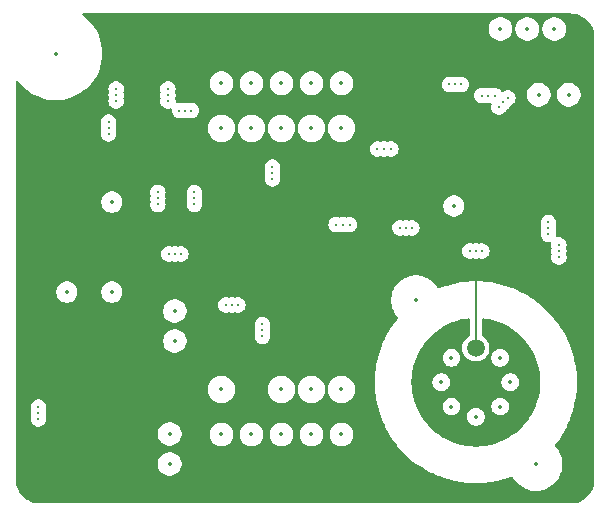
<source format=gbr>
%TF.GenerationSoftware,KiCad,Pcbnew,8.0.6*%
%TF.CreationDate,2025-01-21T00:38:56+01:00*%
%TF.ProjectId,3458A Ref A9 Clone,33343538-4120-4526-9566-20413920436c,B*%
%TF.SameCoordinates,Original*%
%TF.FileFunction,Copper,L3,Inr*%
%TF.FilePolarity,Positive*%
%FSLAX46Y46*%
G04 Gerber Fmt 4.6, Leading zero omitted, Abs format (unit mm)*
G04 Created by KiCad (PCBNEW 8.0.6) date 2025-01-21 00:38:56*
%MOMM*%
%LPD*%
G01*
G04 APERTURE LIST*
%TA.AperFunction,ComponentPad*%
%ADD10C,1.500000*%
%TD*%
%TA.AperFunction,ViaPad*%
%ADD11C,0.600000*%
%TD*%
%TA.AperFunction,Conductor*%
%ADD12C,0.200000*%
%TD*%
%ADD13C,0.300000*%
%ADD14C,0.350000*%
G04 APERTURE END LIST*
D10*
%TO.N,+7V REF*%
%TO.C,R415*%
X135001000Y-109270800D03*
%TD*%
%TO.N,+7V REF*%
%TO.C,R413*%
X171577000Y-109601000D03*
%TD*%
%TO.N,+7V REF*%
%TO.C,U401*%
X169623018Y-121599986D03*
%TD*%
D11*
%TO.N,+7V REF*%
X162433001Y-99441001D03*
X137718800Y-122682000D03*
X150876000Y-117221000D03*
X150876000Y-118237000D03*
X150876000Y-117729000D03*
X138226800Y-122682000D03*
X137210801Y-122682001D03*
X162941000Y-99441000D03*
X163449000Y-99441000D03*
%TO.N,unconnected-(J400-Pin_2-Pad2)*%
X167672582Y-129230870D03*
X168660411Y-129536199D03*
X173263271Y-126836632D03*
X170688000Y-124519986D03*
X168216436Y-124941614D03*
X167352836Y-120871572D03*
X170599625Y-120329957D03*
X168660411Y-128710015D03*
X165981604Y-126797168D03*
X170561000Y-128727200D03*
X173176832Y-123063000D03*
X164610004Y-125450968D03*
X165422804Y-125450968D03*
X170561000Y-129540000D03*
X168216436Y-124103414D03*
X173837232Y-123589004D03*
X164613805Y-123550379D03*
X164914804Y-126466968D03*
X173168239Y-125997718D03*
X174646231Y-125489593D03*
X168173032Y-120973172D03*
X171946664Y-120886733D03*
X174650032Y-123589004D03*
X166768636Y-120287372D03*
X171587454Y-119809102D03*
X171107750Y-120981765D03*
X165422028Y-121628604D03*
X165439989Y-123550379D03*
X171907200Y-128168400D03*
X166083204Y-125976972D03*
X167683036Y-119804772D03*
X170180000Y-124519986D03*
X173278432Y-122242804D03*
X173820047Y-125489593D03*
X172521400Y-120311996D03*
X171043600Y-124942600D03*
X168699036Y-120312772D03*
X171043600Y-124104400D03*
X174340902Y-126477422D03*
X166091797Y-123042254D03*
X164919134Y-122562550D03*
X173862632Y-121658604D03*
X174345232Y-122573004D03*
X166738636Y-128727976D03*
X167313372Y-128153239D03*
X165996765Y-122203340D03*
X172491400Y-128752600D03*
X169630018Y-124519986D03*
X165397404Y-127381368D03*
X173838008Y-127411368D03*
X171577000Y-129235200D03*
X170599625Y-119503773D03*
X168572036Y-124519000D03*
X169080036Y-124519000D03*
X171087004Y-128066800D03*
X168699036Y-119499972D03*
X168152286Y-128058207D03*
%TD*%
D12*
%TO.N,+7V REF*%
X169623018Y-115570000D02*
X169623018Y-121599986D01*
%TD*%
%TA.AperFunction,Conductor*%
%TO.N,unconnected-(J400-Pin_2-Pad2)*%
G36*
X170439185Y-119126671D02*
G01*
X170446498Y-119127773D01*
X170839966Y-119202221D01*
X170847178Y-119203867D01*
X171233984Y-119307511D01*
X171241053Y-119309692D01*
X171619025Y-119441951D01*
X171625907Y-119444651D01*
X171992976Y-119604802D01*
X171999596Y-119607990D01*
X172353678Y-119795127D01*
X172360036Y-119798798D01*
X172699125Y-120011862D01*
X172705242Y-120016033D01*
X173027426Y-120253814D01*
X173033215Y-120258430D01*
X173336745Y-120519640D01*
X173342172Y-120524675D01*
X173625327Y-120807830D01*
X173630362Y-120813257D01*
X173891572Y-121116787D01*
X173896188Y-121122576D01*
X174133969Y-121444760D01*
X174138140Y-121450877D01*
X174297649Y-121704734D01*
X174351194Y-121789949D01*
X174354879Y-121796333D01*
X174542006Y-122150395D01*
X174545207Y-122157041D01*
X174705349Y-122524091D01*
X174708053Y-122530982D01*
X174840309Y-122908946D01*
X174842492Y-122916021D01*
X174946134Y-123302821D01*
X174947781Y-123310039D01*
X175022228Y-123703499D01*
X175023332Y-123710819D01*
X175068167Y-124108739D01*
X175068720Y-124116122D01*
X175083693Y-124516283D01*
X175083693Y-124523687D01*
X175068720Y-124923848D01*
X175068167Y-124931231D01*
X175023332Y-125329151D01*
X175022228Y-125336471D01*
X174947781Y-125729931D01*
X174946134Y-125737149D01*
X174842492Y-126123949D01*
X174840309Y-126131024D01*
X174708053Y-126508988D01*
X174705349Y-126515879D01*
X174545207Y-126882929D01*
X174542001Y-126889585D01*
X174354886Y-127243626D01*
X174351194Y-127250021D01*
X174138140Y-127589093D01*
X174133969Y-127595210D01*
X173896188Y-127917394D01*
X173891572Y-127923183D01*
X173630362Y-128226713D01*
X173625327Y-128232140D01*
X173342172Y-128515295D01*
X173336745Y-128520330D01*
X173033215Y-128781540D01*
X173027426Y-128786156D01*
X172705242Y-129023937D01*
X172699125Y-129028108D01*
X172360053Y-129241162D01*
X172353658Y-129244854D01*
X171999617Y-129431969D01*
X171992961Y-129435175D01*
X171625911Y-129595317D01*
X171619020Y-129598021D01*
X171241056Y-129730277D01*
X171233981Y-129732460D01*
X170847181Y-129836102D01*
X170839963Y-129837749D01*
X170446503Y-129912196D01*
X170439183Y-129913300D01*
X170041263Y-129958135D01*
X170033880Y-129958688D01*
X169633719Y-129973661D01*
X169626315Y-129973661D01*
X169226154Y-129958688D01*
X169218771Y-129958135D01*
X168820851Y-129913300D01*
X168813531Y-129912196D01*
X168420071Y-129837749D01*
X168412853Y-129836102D01*
X168026053Y-129732460D01*
X168018978Y-129730277D01*
X167641014Y-129598021D01*
X167634123Y-129595317D01*
X167267073Y-129435175D01*
X167260427Y-129431974D01*
X166906365Y-129244847D01*
X166899989Y-129241167D01*
X166705867Y-129119192D01*
X166560909Y-129028108D01*
X166554792Y-129023937D01*
X166232608Y-128786156D01*
X166226819Y-128781540D01*
X165923289Y-128520330D01*
X165917862Y-128515295D01*
X165634707Y-128232140D01*
X165629672Y-128226713D01*
X165573675Y-128161644D01*
X165368459Y-127923180D01*
X165363846Y-127917394D01*
X165126065Y-127595210D01*
X165121894Y-127589093D01*
X164981757Y-127366067D01*
X168872518Y-127366067D01*
X168872518Y-127366068D01*
X168872518Y-127513904D01*
X168901360Y-127658899D01*
X168957934Y-127795481D01*
X169040067Y-127918402D01*
X169144602Y-128022937D01*
X169267523Y-128105070D01*
X169404105Y-128161644D01*
X169549100Y-128190486D01*
X169549101Y-128190486D01*
X169696935Y-128190486D01*
X169696936Y-128190486D01*
X169841931Y-128161644D01*
X169978513Y-128105070D01*
X170101434Y-128022937D01*
X170205969Y-127918402D01*
X170288102Y-127795481D01*
X170344676Y-127658899D01*
X170373518Y-127513904D01*
X170373518Y-127366068D01*
X170344676Y-127221073D01*
X170288102Y-127084491D01*
X170205969Y-126961570D01*
X170101434Y-126857035D01*
X169978513Y-126774902D01*
X169978511Y-126774901D01*
X169841932Y-126718328D01*
X169696936Y-126689486D01*
X169549100Y-126689486D01*
X169549099Y-126689486D01*
X169404103Y-126718328D01*
X169267524Y-126774901D01*
X169144603Y-126857034D01*
X169040066Y-126961571D01*
X168957933Y-127084492D01*
X168901360Y-127221071D01*
X168872518Y-127366067D01*
X164981757Y-127366067D01*
X164908830Y-127250004D01*
X164905159Y-127243646D01*
X164718022Y-126889564D01*
X164714834Y-126882944D01*
X164554683Y-126515875D01*
X164552699Y-126510819D01*
X166807766Y-126510819D01*
X166807766Y-126658656D01*
X166836608Y-126803652D01*
X166893181Y-126940231D01*
X166893182Y-126940233D01*
X166975315Y-127063154D01*
X167079850Y-127167689D01*
X167202771Y-127249822D01*
X167339353Y-127306396D01*
X167484348Y-127335238D01*
X167484349Y-127335238D01*
X167632183Y-127335238D01*
X167632184Y-127335238D01*
X167777179Y-127306396D01*
X167913761Y-127249822D01*
X168036682Y-127167689D01*
X168141217Y-127063154D01*
X168223350Y-126940233D01*
X168279924Y-126803651D01*
X168308766Y-126658656D01*
X168308766Y-126510820D01*
X168308766Y-126510819D01*
X170937270Y-126510819D01*
X170937270Y-126658656D01*
X170966112Y-126803652D01*
X171022685Y-126940231D01*
X171022686Y-126940233D01*
X171104819Y-127063154D01*
X171209354Y-127167689D01*
X171332275Y-127249822D01*
X171468857Y-127306396D01*
X171613852Y-127335238D01*
X171613853Y-127335238D01*
X171761687Y-127335238D01*
X171761688Y-127335238D01*
X171906683Y-127306396D01*
X172043265Y-127249822D01*
X172166186Y-127167689D01*
X172270721Y-127063154D01*
X172352854Y-126940233D01*
X172409428Y-126803651D01*
X172438270Y-126658656D01*
X172438270Y-126510820D01*
X172409428Y-126365825D01*
X172352854Y-126229243D01*
X172270721Y-126106322D01*
X172166186Y-126001787D01*
X172043265Y-125919654D01*
X172043263Y-125919653D01*
X171906684Y-125863080D01*
X171761688Y-125834238D01*
X171613852Y-125834238D01*
X171613851Y-125834238D01*
X171468855Y-125863080D01*
X171332276Y-125919653D01*
X171209355Y-126001786D01*
X171104818Y-126106323D01*
X171022685Y-126229244D01*
X170966112Y-126365823D01*
X170937270Y-126510819D01*
X168308766Y-126510819D01*
X168279924Y-126365825D01*
X168223350Y-126229243D01*
X168141217Y-126106322D01*
X168036682Y-126001787D01*
X167913761Y-125919654D01*
X167913759Y-125919653D01*
X167777180Y-125863080D01*
X167632184Y-125834238D01*
X167484348Y-125834238D01*
X167484347Y-125834238D01*
X167339351Y-125863080D01*
X167202772Y-125919653D01*
X167079851Y-126001786D01*
X166975314Y-126106323D01*
X166893181Y-126229244D01*
X166836608Y-126365823D01*
X166807766Y-126510819D01*
X164552699Y-126510819D01*
X164551981Y-126508988D01*
X164454093Y-126229243D01*
X164419724Y-126131021D01*
X164417542Y-126123949D01*
X164362801Y-125919653D01*
X164313899Y-125737146D01*
X164312253Y-125729931D01*
X164237806Y-125336471D01*
X164236702Y-125329151D01*
X164211212Y-125102919D01*
X164191866Y-124931220D01*
X164191314Y-124923848D01*
X164176341Y-124523674D01*
X164176341Y-124516297D01*
X164178969Y-124446068D01*
X165952518Y-124446068D01*
X165952518Y-124593904D01*
X165981360Y-124738899D01*
X166037934Y-124875481D01*
X166120067Y-124998402D01*
X166224602Y-125102937D01*
X166347523Y-125185070D01*
X166484105Y-125241644D01*
X166629100Y-125270486D01*
X166629101Y-125270486D01*
X166776935Y-125270486D01*
X166776936Y-125270486D01*
X166921931Y-125241644D01*
X167058513Y-125185070D01*
X167181434Y-125102937D01*
X167285969Y-124998402D01*
X167368102Y-124875481D01*
X167424676Y-124738899D01*
X167453518Y-124593904D01*
X167453518Y-124446068D01*
X171792518Y-124446068D01*
X171792518Y-124593904D01*
X171821360Y-124738899D01*
X171877934Y-124875481D01*
X171960067Y-124998402D01*
X172064602Y-125102937D01*
X172187523Y-125185070D01*
X172324105Y-125241644D01*
X172469100Y-125270486D01*
X172469101Y-125270486D01*
X172616935Y-125270486D01*
X172616936Y-125270486D01*
X172761931Y-125241644D01*
X172898513Y-125185070D01*
X173021434Y-125102937D01*
X173125969Y-124998402D01*
X173208102Y-124875481D01*
X173264676Y-124738899D01*
X173293518Y-124593904D01*
X173293518Y-124446068D01*
X173264676Y-124301073D01*
X173208102Y-124164491D01*
X173125969Y-124041570D01*
X173021434Y-123937035D01*
X172898513Y-123854902D01*
X172898511Y-123854901D01*
X172761932Y-123798328D01*
X172616936Y-123769486D01*
X172469100Y-123769486D01*
X172469099Y-123769486D01*
X172324103Y-123798328D01*
X172187524Y-123854901D01*
X172064603Y-123937034D01*
X171960066Y-124041571D01*
X171877933Y-124164492D01*
X171821360Y-124301071D01*
X171821360Y-124301073D01*
X171792518Y-124446068D01*
X167453518Y-124446068D01*
X167424676Y-124301073D01*
X167368102Y-124164491D01*
X167285969Y-124041570D01*
X167181434Y-123937035D01*
X167058513Y-123854902D01*
X167058511Y-123854901D01*
X166921932Y-123798328D01*
X166776936Y-123769486D01*
X166629100Y-123769486D01*
X166629099Y-123769486D01*
X166484103Y-123798328D01*
X166347524Y-123854901D01*
X166224603Y-123937034D01*
X166120066Y-124041571D01*
X166037933Y-124164492D01*
X165981360Y-124301071D01*
X165981360Y-124301073D01*
X165952518Y-124446068D01*
X164178969Y-124446068D01*
X164191314Y-124116111D01*
X164191865Y-124108752D01*
X164236702Y-123710814D01*
X164237806Y-123703499D01*
X164312253Y-123310039D01*
X164313900Y-123302821D01*
X164417545Y-122916010D01*
X164419725Y-122908946D01*
X164454093Y-122810729D01*
X164551986Y-122530968D01*
X164554679Y-122524104D01*
X164616977Y-122381315D01*
X166807766Y-122381315D01*
X166807766Y-122529152D01*
X166836608Y-122674148D01*
X166893181Y-122810727D01*
X166893182Y-122810729D01*
X166975315Y-122933650D01*
X167079850Y-123038185D01*
X167202771Y-123120318D01*
X167339353Y-123176892D01*
X167484348Y-123205734D01*
X167484349Y-123205734D01*
X167632183Y-123205734D01*
X167632184Y-123205734D01*
X167777179Y-123176892D01*
X167913761Y-123120318D01*
X168036682Y-123038185D01*
X168141217Y-122933650D01*
X168223350Y-122810729D01*
X168279924Y-122674147D01*
X168308766Y-122529152D01*
X168308766Y-122381316D01*
X168279924Y-122236321D01*
X168223350Y-122099739D01*
X168141217Y-121976818D01*
X168036682Y-121872283D01*
X167913761Y-121790150D01*
X167913276Y-121789949D01*
X167777180Y-121733576D01*
X167632184Y-121704734D01*
X167484348Y-121704734D01*
X167484347Y-121704734D01*
X167339351Y-121733576D01*
X167202772Y-121790149D01*
X167079851Y-121872282D01*
X166975314Y-121976819D01*
X166893181Y-122099740D01*
X166836608Y-122236319D01*
X166807766Y-122381315D01*
X164616977Y-122381315D01*
X164714839Y-122157015D01*
X164718016Y-122150417D01*
X164905165Y-121796312D01*
X164908823Y-121789977D01*
X165121902Y-121450864D01*
X165126055Y-121444773D01*
X165363859Y-121122559D01*
X165368448Y-121116803D01*
X165629684Y-120813243D01*
X165634694Y-120807843D01*
X165917875Y-120524662D01*
X165923275Y-120519652D01*
X166226835Y-120258416D01*
X166232591Y-120253827D01*
X166554805Y-120016023D01*
X166560896Y-120011870D01*
X166900009Y-119798791D01*
X166906344Y-119795133D01*
X167260449Y-119607984D01*
X167267047Y-119604807D01*
X167634136Y-119444647D01*
X167641000Y-119441954D01*
X168018989Y-119309689D01*
X168026042Y-119307513D01*
X168412862Y-119203865D01*
X168420056Y-119202223D01*
X168813571Y-119127766D01*
X168820811Y-119126674D01*
X169012438Y-119105083D01*
X169072375Y-119117356D01*
X169113655Y-119162518D01*
X169122518Y-119203460D01*
X169122518Y-120501555D01*
X169103611Y-120559746D01*
X169075635Y-120585726D01*
X168926717Y-120677932D01*
X168926710Y-120677938D01*
X168769153Y-120821572D01*
X168769149Y-120821575D01*
X168769146Y-120821579D01*
X168769143Y-120821583D01*
X168640653Y-120991729D01*
X168640648Y-120991738D01*
X168545614Y-121182594D01*
X168487262Y-121387674D01*
X168481406Y-121450877D01*
X168467589Y-121599986D01*
X168487262Y-121812296D01*
X168545613Y-122017375D01*
X168640652Y-122208241D01*
X168769146Y-122378393D01*
X168839752Y-122442759D01*
X168926710Y-122522033D01*
X168926717Y-122522039D01*
X168992844Y-122562983D01*
X169107999Y-122634284D01*
X169306820Y-122711307D01*
X169516408Y-122750486D01*
X169729628Y-122750486D01*
X169939216Y-122711307D01*
X170138037Y-122634284D01*
X170319320Y-122522038D01*
X170473685Y-122381315D01*
X170937270Y-122381315D01*
X170937270Y-122529152D01*
X170966112Y-122674148D01*
X171022685Y-122810727D01*
X171022686Y-122810729D01*
X171104819Y-122933650D01*
X171209354Y-123038185D01*
X171332275Y-123120318D01*
X171468857Y-123176892D01*
X171613852Y-123205734D01*
X171613853Y-123205734D01*
X171761687Y-123205734D01*
X171761688Y-123205734D01*
X171906683Y-123176892D01*
X172043265Y-123120318D01*
X172166186Y-123038185D01*
X172270721Y-122933650D01*
X172352854Y-122810729D01*
X172409428Y-122674147D01*
X172438270Y-122529152D01*
X172438270Y-122381316D01*
X172409428Y-122236321D01*
X172352854Y-122099739D01*
X172270721Y-121976818D01*
X172166186Y-121872283D01*
X172043265Y-121790150D01*
X172042780Y-121789949D01*
X171906684Y-121733576D01*
X171761688Y-121704734D01*
X171613852Y-121704734D01*
X171613851Y-121704734D01*
X171468855Y-121733576D01*
X171332276Y-121790149D01*
X171209355Y-121872282D01*
X171104818Y-121976819D01*
X171022685Y-122099740D01*
X170966112Y-122236319D01*
X170937270Y-122381315D01*
X170473685Y-122381315D01*
X170476890Y-122378393D01*
X170605384Y-122208241D01*
X170700423Y-122017375D01*
X170758774Y-121812296D01*
X170778447Y-121599986D01*
X170758774Y-121387676D01*
X170700423Y-121182597D01*
X170605384Y-120991731D01*
X170476890Y-120821579D01*
X170409563Y-120760202D01*
X170319325Y-120677938D01*
X170319318Y-120677932D01*
X170170401Y-120585726D01*
X170130880Y-120539017D01*
X170123518Y-120501555D01*
X170123518Y-119201884D01*
X170142425Y-119143693D01*
X170191925Y-119107729D01*
X170233603Y-119103507D01*
X170439185Y-119126671D01*
G37*
%TD.AperFunction*%
%TD*%
%TA.AperFunction,Conductor*%
%TO.N,+7V REF*%
G36*
X177633234Y-93290711D02*
G01*
X177889736Y-93307523D01*
X177902564Y-93309212D01*
X178151502Y-93358729D01*
X178164002Y-93362078D01*
X178404344Y-93443664D01*
X178416307Y-93448620D01*
X178643926Y-93560869D01*
X178655142Y-93567344D01*
X178866175Y-93708352D01*
X178876448Y-93716235D01*
X179067265Y-93883577D01*
X179076422Y-93892734D01*
X179243764Y-94083551D01*
X179251647Y-94093824D01*
X179392655Y-94304857D01*
X179399130Y-94316073D01*
X179511379Y-94543692D01*
X179516335Y-94555655D01*
X179597919Y-94795992D01*
X179601271Y-94808501D01*
X179650786Y-95057430D01*
X179652476Y-95070269D01*
X179669288Y-95326765D01*
X179669500Y-95333240D01*
X179669500Y-132746759D01*
X179669288Y-132753234D01*
X179652476Y-133009730D01*
X179650786Y-133022569D01*
X179601271Y-133271498D01*
X179597919Y-133284007D01*
X179516335Y-133524344D01*
X179511379Y-133536307D01*
X179399130Y-133763926D01*
X179392655Y-133775142D01*
X179251647Y-133986175D01*
X179243764Y-133996448D01*
X179076422Y-134187265D01*
X179067265Y-134196422D01*
X178876448Y-134363764D01*
X178866175Y-134371647D01*
X178655142Y-134512655D01*
X178643926Y-134519130D01*
X178416307Y-134631379D01*
X178404344Y-134636335D01*
X178164007Y-134717919D01*
X178151498Y-134721271D01*
X177902569Y-134770786D01*
X177889730Y-134772476D01*
X177633235Y-134789288D01*
X177626760Y-134789500D01*
X132713240Y-134789500D01*
X132706765Y-134789288D01*
X132450269Y-134772476D01*
X132437430Y-134770786D01*
X132188501Y-134721271D01*
X132175992Y-134717919D01*
X131935655Y-134636335D01*
X131923692Y-134631379D01*
X131696073Y-134519130D01*
X131684857Y-134512655D01*
X131473824Y-134371647D01*
X131463551Y-134363764D01*
X131272734Y-134196422D01*
X131263577Y-134187265D01*
X131096235Y-133996448D01*
X131088352Y-133986175D01*
X130947344Y-133775142D01*
X130940869Y-133763926D01*
X130828620Y-133536307D01*
X130823664Y-133524344D01*
X130742078Y-133284002D01*
X130738728Y-133271498D01*
X130734671Y-133251103D01*
X130689212Y-133022564D01*
X130687523Y-133009730D01*
X130685693Y-132981811D01*
X130670712Y-132753234D01*
X130670500Y-132746759D01*
X130670500Y-131346456D01*
X142712700Y-131346456D01*
X142712700Y-131543543D01*
X142751149Y-131736834D01*
X142751149Y-131736836D01*
X142826567Y-131918913D01*
X142826568Y-131918914D01*
X142936061Y-132082782D01*
X143075418Y-132222139D01*
X143239286Y-132331632D01*
X143421365Y-132407051D01*
X143614659Y-132445500D01*
X143614660Y-132445500D01*
X143811740Y-132445500D01*
X143811741Y-132445500D01*
X144005035Y-132407051D01*
X144187114Y-132331632D01*
X144350982Y-132222139D01*
X144490339Y-132082782D01*
X144599832Y-131918914D01*
X144675251Y-131736835D01*
X144713700Y-131543541D01*
X144713700Y-131346459D01*
X144675251Y-131153165D01*
X144599832Y-130971086D01*
X144490339Y-130807218D01*
X144350982Y-130667861D01*
X144187114Y-130558368D01*
X144187115Y-130558368D01*
X144187113Y-130558367D01*
X144005035Y-130482949D01*
X143811743Y-130444500D01*
X143811741Y-130444500D01*
X143614659Y-130444500D01*
X143614656Y-130444500D01*
X143421365Y-130482949D01*
X143421363Y-130482949D01*
X143239286Y-130558367D01*
X143075418Y-130667861D01*
X143075414Y-130667864D01*
X142936064Y-130807214D01*
X142936061Y-130807218D01*
X142826567Y-130971086D01*
X142751149Y-131153163D01*
X142751149Y-131153165D01*
X142712700Y-131346456D01*
X130670500Y-131346456D01*
X130670500Y-128806456D01*
X142712700Y-128806456D01*
X142712700Y-129003543D01*
X142751149Y-129196834D01*
X142751149Y-129196836D01*
X142826567Y-129378913D01*
X142849954Y-129413914D01*
X142936061Y-129542782D01*
X143075418Y-129682139D01*
X143239286Y-129791632D01*
X143421365Y-129867051D01*
X143614659Y-129905500D01*
X143614660Y-129905500D01*
X143811740Y-129905500D01*
X143811741Y-129905500D01*
X144005035Y-129867051D01*
X144187114Y-129791632D01*
X144350982Y-129682139D01*
X144490339Y-129542782D01*
X144599832Y-129378914D01*
X144675251Y-129196835D01*
X144713700Y-129003541D01*
X144713700Y-128841456D01*
X147079500Y-128841456D01*
X147079500Y-129038543D01*
X147117949Y-129231834D01*
X147117949Y-129231836D01*
X147193367Y-129413913D01*
X147193368Y-129413914D01*
X147302861Y-129577782D01*
X147442218Y-129717139D01*
X147606086Y-129826632D01*
X147788165Y-129902051D01*
X147981459Y-129940500D01*
X147981460Y-129940500D01*
X148178540Y-129940500D01*
X148178541Y-129940500D01*
X148371835Y-129902051D01*
X148553914Y-129826632D01*
X148717782Y-129717139D01*
X148857139Y-129577782D01*
X148966632Y-129413914D01*
X149042051Y-129231835D01*
X149080500Y-129038541D01*
X149080500Y-128841459D01*
X149080499Y-128841456D01*
X149619500Y-128841456D01*
X149619500Y-129038543D01*
X149657949Y-129231834D01*
X149657949Y-129231836D01*
X149733367Y-129413913D01*
X149733368Y-129413914D01*
X149842861Y-129577782D01*
X149982218Y-129717139D01*
X150146086Y-129826632D01*
X150328165Y-129902051D01*
X150521459Y-129940500D01*
X150521460Y-129940500D01*
X150718540Y-129940500D01*
X150718541Y-129940500D01*
X150911835Y-129902051D01*
X151093914Y-129826632D01*
X151257782Y-129717139D01*
X151397139Y-129577782D01*
X151506632Y-129413914D01*
X151582051Y-129231835D01*
X151620500Y-129038541D01*
X151620500Y-128841459D01*
X151620499Y-128841456D01*
X152159500Y-128841456D01*
X152159500Y-129038543D01*
X152197949Y-129231834D01*
X152197949Y-129231836D01*
X152273367Y-129413913D01*
X152273368Y-129413914D01*
X152382861Y-129577782D01*
X152522218Y-129717139D01*
X152686086Y-129826632D01*
X152868165Y-129902051D01*
X153061459Y-129940500D01*
X153061460Y-129940500D01*
X153258540Y-129940500D01*
X153258541Y-129940500D01*
X153451835Y-129902051D01*
X153633914Y-129826632D01*
X153797782Y-129717139D01*
X153937139Y-129577782D01*
X154046632Y-129413914D01*
X154122051Y-129231835D01*
X154160500Y-129038541D01*
X154160500Y-128841459D01*
X154160499Y-128841456D01*
X154699500Y-128841456D01*
X154699500Y-129038543D01*
X154737949Y-129231834D01*
X154737949Y-129231836D01*
X154813367Y-129413913D01*
X154813368Y-129413914D01*
X154922861Y-129577782D01*
X155062218Y-129717139D01*
X155226086Y-129826632D01*
X155408165Y-129902051D01*
X155601459Y-129940500D01*
X155601460Y-129940500D01*
X155798540Y-129940500D01*
X155798541Y-129940500D01*
X155991835Y-129902051D01*
X156173914Y-129826632D01*
X156337782Y-129717139D01*
X156477139Y-129577782D01*
X156586632Y-129413914D01*
X156662051Y-129231835D01*
X156700500Y-129038541D01*
X156700500Y-128841459D01*
X156700499Y-128841456D01*
X157239500Y-128841456D01*
X157239500Y-129038543D01*
X157277949Y-129231834D01*
X157277949Y-129231836D01*
X157353367Y-129413913D01*
X157353368Y-129413914D01*
X157462861Y-129577782D01*
X157602218Y-129717139D01*
X157766086Y-129826632D01*
X157948165Y-129902051D01*
X158141459Y-129940500D01*
X158141460Y-129940500D01*
X158338540Y-129940500D01*
X158338541Y-129940500D01*
X158531835Y-129902051D01*
X158713914Y-129826632D01*
X158877782Y-129717139D01*
X159017139Y-129577782D01*
X159126632Y-129413914D01*
X159202051Y-129231835D01*
X159240500Y-129038541D01*
X159240500Y-128841459D01*
X159202051Y-128648165D01*
X159126632Y-128466086D01*
X159017139Y-128302218D01*
X158877782Y-128162861D01*
X158713914Y-128053368D01*
X158713915Y-128053368D01*
X158713913Y-128053367D01*
X158531835Y-127977949D01*
X158338543Y-127939500D01*
X158338541Y-127939500D01*
X158141459Y-127939500D01*
X158141456Y-127939500D01*
X157948165Y-127977949D01*
X157948163Y-127977949D01*
X157766086Y-128053367D01*
X157602218Y-128162861D01*
X157602214Y-128162864D01*
X157462864Y-128302214D01*
X157462861Y-128302218D01*
X157353367Y-128466086D01*
X157277949Y-128648163D01*
X157277949Y-128648165D01*
X157239500Y-128841456D01*
X156700499Y-128841456D01*
X156662051Y-128648165D01*
X156586632Y-128466086D01*
X156477139Y-128302218D01*
X156337782Y-128162861D01*
X156173914Y-128053368D01*
X156173915Y-128053368D01*
X156173913Y-128053367D01*
X155991835Y-127977949D01*
X155798543Y-127939500D01*
X155798541Y-127939500D01*
X155601459Y-127939500D01*
X155601456Y-127939500D01*
X155408165Y-127977949D01*
X155408163Y-127977949D01*
X155226086Y-128053367D01*
X155062218Y-128162861D01*
X155062214Y-128162864D01*
X154922864Y-128302214D01*
X154922861Y-128302218D01*
X154813367Y-128466086D01*
X154737949Y-128648163D01*
X154737949Y-128648165D01*
X154699500Y-128841456D01*
X154160499Y-128841456D01*
X154122051Y-128648165D01*
X154046632Y-128466086D01*
X153937139Y-128302218D01*
X153797782Y-128162861D01*
X153633914Y-128053368D01*
X153633915Y-128053368D01*
X153633913Y-128053367D01*
X153451835Y-127977949D01*
X153258543Y-127939500D01*
X153258541Y-127939500D01*
X153061459Y-127939500D01*
X153061456Y-127939500D01*
X152868165Y-127977949D01*
X152868163Y-127977949D01*
X152686086Y-128053367D01*
X152522218Y-128162861D01*
X152522214Y-128162864D01*
X152382864Y-128302214D01*
X152382861Y-128302218D01*
X152273367Y-128466086D01*
X152197949Y-128648163D01*
X152197949Y-128648165D01*
X152159500Y-128841456D01*
X151620499Y-128841456D01*
X151582051Y-128648165D01*
X151506632Y-128466086D01*
X151397139Y-128302218D01*
X151257782Y-128162861D01*
X151093914Y-128053368D01*
X151093915Y-128053368D01*
X151093913Y-128053367D01*
X150911835Y-127977949D01*
X150718543Y-127939500D01*
X150718541Y-127939500D01*
X150521459Y-127939500D01*
X150521456Y-127939500D01*
X150328165Y-127977949D01*
X150328163Y-127977949D01*
X150146086Y-128053367D01*
X149982218Y-128162861D01*
X149982214Y-128162864D01*
X149842864Y-128302214D01*
X149842861Y-128302218D01*
X149733367Y-128466086D01*
X149657949Y-128648163D01*
X149657949Y-128648165D01*
X149619500Y-128841456D01*
X149080499Y-128841456D01*
X149042051Y-128648165D01*
X148966632Y-128466086D01*
X148857139Y-128302218D01*
X148717782Y-128162861D01*
X148553914Y-128053368D01*
X148553915Y-128053368D01*
X148553913Y-128053367D01*
X148371835Y-127977949D01*
X148178543Y-127939500D01*
X148178541Y-127939500D01*
X147981459Y-127939500D01*
X147981456Y-127939500D01*
X147788165Y-127977949D01*
X147788163Y-127977949D01*
X147606086Y-128053367D01*
X147442218Y-128162861D01*
X147442214Y-128162864D01*
X147302864Y-128302214D01*
X147302861Y-128302218D01*
X147193367Y-128466086D01*
X147117949Y-128648163D01*
X147117949Y-128648165D01*
X147079500Y-128841456D01*
X144713700Y-128841456D01*
X144713700Y-128806459D01*
X144675251Y-128613165D01*
X144599832Y-128431086D01*
X144490339Y-128267218D01*
X144350982Y-128127861D01*
X144187114Y-128018368D01*
X144187115Y-128018368D01*
X144187113Y-128018367D01*
X144005035Y-127942949D01*
X143811743Y-127904500D01*
X143811741Y-127904500D01*
X143614659Y-127904500D01*
X143614656Y-127904500D01*
X143421365Y-127942949D01*
X143421363Y-127942949D01*
X143239286Y-128018367D01*
X143075418Y-128127861D01*
X143075414Y-128127864D01*
X142936064Y-128267214D01*
X142936061Y-128267218D01*
X142826567Y-128431086D01*
X142751149Y-128613163D01*
X142751149Y-128613165D01*
X142712700Y-128806456D01*
X130670500Y-128806456D01*
X130670500Y-126618998D01*
X131932722Y-126618998D01*
X131932722Y-126619000D01*
X131951763Y-126775818D01*
X131961608Y-126801779D01*
X131975305Y-126837895D01*
X131978260Y-126899009D01*
X131975305Y-126908105D01*
X131951765Y-126970178D01*
X131951763Y-126970182D01*
X131932722Y-127127000D01*
X131951763Y-127283818D01*
X131961608Y-127309779D01*
X131975305Y-127345895D01*
X131978260Y-127407009D01*
X131975305Y-127416105D01*
X131951763Y-127478182D01*
X131932722Y-127634998D01*
X131932722Y-127635001D01*
X131951762Y-127791816D01*
X131951763Y-127791817D01*
X132007780Y-127939523D01*
X132097515Y-128069528D01*
X132097516Y-128069529D01*
X132097517Y-128069530D01*
X132215760Y-128174283D01*
X132355635Y-128247696D01*
X132509015Y-128285500D01*
X132509018Y-128285500D01*
X132666982Y-128285500D01*
X132666985Y-128285500D01*
X132820365Y-128247696D01*
X132960240Y-128174283D01*
X133078483Y-128069530D01*
X133168220Y-127939523D01*
X133224237Y-127791818D01*
X133243278Y-127635000D01*
X133224237Y-127478182D01*
X133200693Y-127416105D01*
X133197737Y-127354994D01*
X133200690Y-127345903D01*
X133224237Y-127283818D01*
X133243278Y-127127000D01*
X133224237Y-126970182D01*
X133200693Y-126908105D01*
X133197737Y-126846994D01*
X133200690Y-126837903D01*
X133224237Y-126775818D01*
X133243278Y-126619000D01*
X133224237Y-126462182D01*
X133168220Y-126314477D01*
X133078483Y-126184470D01*
X132960240Y-126079717D01*
X132890302Y-126043010D01*
X132820364Y-126006303D01*
X132666987Y-125968500D01*
X132666985Y-125968500D01*
X132509015Y-125968500D01*
X132509012Y-125968500D01*
X132355635Y-126006303D01*
X132215758Y-126079718D01*
X132097515Y-126184471D01*
X132007780Y-126314476D01*
X131951763Y-126462182D01*
X131951762Y-126462183D01*
X131932722Y-126618998D01*
X130670500Y-126618998D01*
X130670500Y-125039450D01*
X146929500Y-125039450D01*
X146929500Y-125220549D01*
X146957828Y-125399406D01*
X146957829Y-125399409D01*
X147013789Y-125571639D01*
X147096004Y-125732994D01*
X147202447Y-125879501D01*
X147330499Y-126007553D01*
X147477006Y-126113996D01*
X147638361Y-126196211D01*
X147810591Y-126252171D01*
X147882136Y-126263502D01*
X147989451Y-126280500D01*
X147989454Y-126280500D01*
X148170549Y-126280500D01*
X148259977Y-126266335D01*
X148349409Y-126252171D01*
X148521639Y-126196211D01*
X148682994Y-126113996D01*
X148829501Y-126007553D01*
X148957553Y-125879501D01*
X149063996Y-125732994D01*
X149146211Y-125571639D01*
X149202171Y-125399409D01*
X149230500Y-125220546D01*
X149230500Y-125039454D01*
X149230500Y-125039450D01*
X152009500Y-125039450D01*
X152009500Y-125220549D01*
X152037828Y-125399406D01*
X152037829Y-125399409D01*
X152093789Y-125571639D01*
X152176004Y-125732994D01*
X152282447Y-125879501D01*
X152410499Y-126007553D01*
X152557006Y-126113996D01*
X152718361Y-126196211D01*
X152890591Y-126252171D01*
X152962136Y-126263502D01*
X153069451Y-126280500D01*
X153069454Y-126280500D01*
X153250549Y-126280500D01*
X153339977Y-126266335D01*
X153429409Y-126252171D01*
X153601639Y-126196211D01*
X153762994Y-126113996D01*
X153909501Y-126007553D01*
X154037553Y-125879501D01*
X154143996Y-125732994D01*
X154226211Y-125571639D01*
X154282171Y-125399409D01*
X154310500Y-125220546D01*
X154310500Y-125039454D01*
X154310500Y-125039450D01*
X154549500Y-125039450D01*
X154549500Y-125220549D01*
X154577828Y-125399406D01*
X154577829Y-125399409D01*
X154633789Y-125571639D01*
X154716004Y-125732994D01*
X154822447Y-125879501D01*
X154950499Y-126007553D01*
X155097006Y-126113996D01*
X155258361Y-126196211D01*
X155430591Y-126252171D01*
X155502136Y-126263502D01*
X155609451Y-126280500D01*
X155609454Y-126280500D01*
X155790549Y-126280500D01*
X155879977Y-126266335D01*
X155969409Y-126252171D01*
X156141639Y-126196211D01*
X156302994Y-126113996D01*
X156449501Y-126007553D01*
X156577553Y-125879501D01*
X156683996Y-125732994D01*
X156766211Y-125571639D01*
X156822171Y-125399409D01*
X156850500Y-125220546D01*
X156850500Y-125039454D01*
X156850500Y-125039450D01*
X157089500Y-125039450D01*
X157089500Y-125220549D01*
X157117828Y-125399406D01*
X157117829Y-125399409D01*
X157173789Y-125571639D01*
X157256004Y-125732994D01*
X157362447Y-125879501D01*
X157490499Y-126007553D01*
X157637006Y-126113996D01*
X157798361Y-126196211D01*
X157970591Y-126252171D01*
X158042136Y-126263502D01*
X158149451Y-126280500D01*
X158149454Y-126280500D01*
X158330549Y-126280500D01*
X158419977Y-126266335D01*
X158509409Y-126252171D01*
X158681639Y-126196211D01*
X158842994Y-126113996D01*
X158989501Y-126007553D01*
X159117553Y-125879501D01*
X159223996Y-125732994D01*
X159306211Y-125571639D01*
X159362171Y-125399409D01*
X159390500Y-125220546D01*
X159390500Y-125039454D01*
X159390500Y-125039450D01*
X159362171Y-124860593D01*
X159362171Y-124860591D01*
X159306211Y-124688361D01*
X159223996Y-124527006D01*
X159178151Y-124463906D01*
X161081067Y-124463906D01*
X161081067Y-124576065D01*
X161100780Y-125102928D01*
X161109163Y-125214789D01*
X161168192Y-125738677D01*
X161184910Y-125849596D01*
X161282923Y-126367616D01*
X161307887Y-126476986D01*
X161444344Y-126986247D01*
X161477407Y-127093437D01*
X161612036Y-127478182D01*
X161651533Y-127591058D01*
X161692514Y-127695477D01*
X161903343Y-128178703D01*
X161930910Y-128235948D01*
X161952014Y-128279771D01*
X162198358Y-128745876D01*
X162254456Y-128843041D01*
X162377299Y-129038543D01*
X162534949Y-129289441D01*
X162598137Y-129382121D01*
X162598147Y-129382134D01*
X162598148Y-129382136D01*
X162621600Y-129413913D01*
X162911208Y-129806318D01*
X162961530Y-129869419D01*
X162981156Y-129894029D01*
X163325038Y-130293628D01*
X163369040Y-130341051D01*
X163401342Y-130375864D01*
X163774140Y-130748662D01*
X163774153Y-130748674D01*
X163774155Y-130748676D01*
X163856375Y-130824965D01*
X164255974Y-131168847D01*
X164255981Y-131168852D01*
X164255985Y-131168856D01*
X164343686Y-131238796D01*
X164767883Y-131551867D01*
X164860563Y-131615055D01*
X165054373Y-131736834D01*
X165306962Y-131895547D01*
X165306969Y-131895551D01*
X165404114Y-131951638D01*
X165870234Y-132197990D01*
X165971301Y-132246661D01*
X166454527Y-132457490D01*
X166558946Y-132498471D01*
X166721423Y-132555324D01*
X167056566Y-132672596D01*
X167056576Y-132672599D01*
X167163764Y-132705662D01*
X167673015Y-132842116D01*
X167752200Y-132860189D01*
X167782387Y-132867080D01*
X168005772Y-132909346D01*
X168300404Y-132965093D01*
X168411322Y-132981811D01*
X168935223Y-133040841D01*
X169047085Y-133049224D01*
X169573932Y-133068937D01*
X169573939Y-133068937D01*
X169686097Y-133068937D01*
X169686104Y-133068937D01*
X170212951Y-133049224D01*
X170324813Y-133040841D01*
X170848714Y-132981811D01*
X170959632Y-132965093D01*
X171331613Y-132894710D01*
X171477648Y-132867080D01*
X171477657Y-132867078D01*
X171587021Y-132842116D01*
X172096272Y-132705662D01*
X172203460Y-132672599D01*
X172634268Y-132521852D01*
X172695437Y-132520480D01*
X172745732Y-132555324D01*
X172755756Y-132571511D01*
X172765394Y-132591055D01*
X172928896Y-132835753D01*
X172928911Y-132835773D01*
X173122950Y-133057031D01*
X173122959Y-133057041D01*
X173122967Y-133057048D01*
X173122968Y-133057049D01*
X173344226Y-133251088D01*
X173344232Y-133251092D01*
X173344236Y-133251096D01*
X173344242Y-133251100D01*
X173344246Y-133251103D01*
X173588941Y-133414603D01*
X173588947Y-133414607D01*
X173852904Y-133544777D01*
X173852906Y-133544777D01*
X173852911Y-133544780D01*
X174026761Y-133603793D01*
X174131599Y-133639382D01*
X174131601Y-133639382D01*
X174131606Y-133639384D01*
X174420265Y-133696802D01*
X174713949Y-133716051D01*
X175007633Y-133696802D01*
X175296292Y-133639384D01*
X175574987Y-133544780D01*
X175838949Y-133414608D01*
X176083662Y-133251096D01*
X176304939Y-133057041D01*
X176498994Y-132835764D01*
X176662506Y-132591051D01*
X176792678Y-132327089D01*
X176887282Y-132048394D01*
X176944700Y-131759735D01*
X176963949Y-131466051D01*
X176944700Y-131172367D01*
X176887282Y-130883708D01*
X176867341Y-130824965D01*
X176814012Y-130667861D01*
X176792678Y-130605013D01*
X176769675Y-130558368D01*
X176662505Y-130341049D01*
X176662501Y-130341043D01*
X176499001Y-130096348D01*
X176498998Y-130096344D01*
X176498994Y-130096338D01*
X176498990Y-130096334D01*
X176498986Y-130096328D01*
X176353778Y-129930750D01*
X176329625Y-129874534D01*
X176343129Y-129814857D01*
X176348555Y-129806687D01*
X176348819Y-129806329D01*
X176348828Y-129806318D01*
X176661899Y-129382121D01*
X176725087Y-129289441D01*
X177005583Y-128843035D01*
X177061670Y-128745890D01*
X177308022Y-128279770D01*
X177356693Y-128178703D01*
X177567522Y-127695477D01*
X177608503Y-127591058D01*
X177782631Y-127093428D01*
X177815694Y-126986240D01*
X177952148Y-126476989D01*
X177977110Y-126367625D01*
X178075125Y-125849600D01*
X178091843Y-125738682D01*
X178150873Y-125214781D01*
X178159256Y-125102919D01*
X178178969Y-124576072D01*
X178178969Y-124463900D01*
X178159256Y-123937053D01*
X178150873Y-123825191D01*
X178091843Y-123301290D01*
X178075125Y-123190372D01*
X177977110Y-122672347D01*
X177952148Y-122562983D01*
X177815694Y-122053732D01*
X177782631Y-121946544D01*
X177772514Y-121917632D01*
X177608510Y-121448935D01*
X177608503Y-121448914D01*
X177567522Y-121344495D01*
X177356693Y-120861269D01*
X177308022Y-120760202D01*
X177249779Y-120650001D01*
X177061677Y-120294095D01*
X177061675Y-120294092D01*
X177061670Y-120294082D01*
X177005583Y-120196937D01*
X176971064Y-120142001D01*
X176795124Y-119861994D01*
X176725087Y-119750531D01*
X176661899Y-119657851D01*
X176348828Y-119233654D01*
X176278888Y-119145953D01*
X176264114Y-119128785D01*
X175934997Y-118746343D01*
X175858708Y-118664123D01*
X175858706Y-118664121D01*
X175858694Y-118664108D01*
X175485896Y-118291310D01*
X175481816Y-118287524D01*
X175403660Y-118215006D01*
X175004061Y-117871124D01*
X174981603Y-117853214D01*
X174916350Y-117801176D01*
X174902968Y-117791300D01*
X174492168Y-117488116D01*
X174492166Y-117488115D01*
X174492153Y-117488105D01*
X174399473Y-117424917D01*
X174312557Y-117370304D01*
X173953073Y-117144424D01*
X173855908Y-117088326D01*
X173389803Y-116841982D01*
X173307006Y-116802110D01*
X173288735Y-116793311D01*
X172805509Y-116582482D01*
X172701090Y-116541501D01*
X172701075Y-116541495D01*
X172701068Y-116541493D01*
X172203469Y-116367375D01*
X172096279Y-116334312D01*
X171587018Y-116197855D01*
X171477648Y-116172891D01*
X170959628Y-116074878D01*
X170848709Y-116058160D01*
X170324821Y-115999131D01*
X170212960Y-115990748D01*
X169916599Y-115979659D01*
X169686104Y-115971035D01*
X169573932Y-115971035D01*
X169356995Y-115979152D01*
X169047075Y-115990748D01*
X168935214Y-115999131D01*
X168411326Y-116058160D01*
X168300407Y-116074878D01*
X167782387Y-116172891D01*
X167673017Y-116197855D01*
X167163756Y-116334312D01*
X167056566Y-116367375D01*
X166558957Y-116541496D01*
X166502227Y-116563761D01*
X166441151Y-116567419D01*
X166389589Y-116534480D01*
X166380329Y-116521114D01*
X166314198Y-116406572D01*
X166146577Y-116188123D01*
X165951877Y-115993423D01*
X165733428Y-115825802D01*
X165494970Y-115688128D01*
X165494965Y-115688125D01*
X165240580Y-115582755D01*
X165119470Y-115550304D01*
X164974615Y-115511491D01*
X164974608Y-115511490D01*
X164701624Y-115475551D01*
X164701623Y-115475551D01*
X164426275Y-115475551D01*
X164426273Y-115475551D01*
X164153289Y-115511490D01*
X164153287Y-115511490D01*
X164153283Y-115511491D01*
X164052754Y-115538427D01*
X163887317Y-115582755D01*
X163632932Y-115688125D01*
X163394466Y-115825804D01*
X163176024Y-115993420D01*
X162981318Y-116188126D01*
X162813702Y-116406568D01*
X162676023Y-116645034D01*
X162570653Y-116899419D01*
X162549198Y-116979493D01*
X162499389Y-117165385D01*
X162499388Y-117165389D01*
X162499388Y-117165391D01*
X162463449Y-117438375D01*
X162463449Y-117713726D01*
X162498900Y-117983000D01*
X162499389Y-117986717D01*
X162538202Y-118131572D01*
X162570653Y-118252682D01*
X162676023Y-118507067D01*
X162684809Y-118522284D01*
X162813700Y-118745530D01*
X162981321Y-118963979D01*
X162981324Y-118963982D01*
X163000443Y-118983102D01*
X163028220Y-119037619D01*
X163018647Y-119098051D01*
X163005479Y-119117679D01*
X162981142Y-119145959D01*
X162911202Y-119233661D01*
X162598148Y-119657835D01*
X162534944Y-119750538D01*
X162254456Y-120196930D01*
X162198358Y-120294095D01*
X161952014Y-120760200D01*
X161929565Y-120806818D01*
X161903343Y-120861269D01*
X161711709Y-121300499D01*
X161692518Y-121344486D01*
X161651525Y-121448935D01*
X161477407Y-121946534D01*
X161444344Y-122053724D01*
X161307887Y-122562985D01*
X161282923Y-122672355D01*
X161184910Y-123190375D01*
X161168192Y-123301294D01*
X161109163Y-123825182D01*
X161100780Y-123937043D01*
X161081067Y-124463906D01*
X159178151Y-124463906D01*
X159117553Y-124380499D01*
X158989501Y-124252447D01*
X158842994Y-124146004D01*
X158842993Y-124146003D01*
X158842991Y-124146002D01*
X158681637Y-124063788D01*
X158509406Y-124007828D01*
X158330549Y-123979500D01*
X158330546Y-123979500D01*
X158149454Y-123979500D01*
X158149451Y-123979500D01*
X157970593Y-124007828D01*
X157798362Y-124063788D01*
X157637008Y-124146002D01*
X157563752Y-124199225D01*
X157490499Y-124252447D01*
X157362447Y-124380499D01*
X157309225Y-124453752D01*
X157256002Y-124527008D01*
X157173788Y-124688362D01*
X157117828Y-124860593D01*
X157089500Y-125039450D01*
X156850500Y-125039450D01*
X156822171Y-124860593D01*
X156822171Y-124860591D01*
X156766211Y-124688361D01*
X156683996Y-124527006D01*
X156577553Y-124380499D01*
X156449501Y-124252447D01*
X156302994Y-124146004D01*
X156302993Y-124146003D01*
X156302991Y-124146002D01*
X156141637Y-124063788D01*
X155969406Y-124007828D01*
X155790549Y-123979500D01*
X155790546Y-123979500D01*
X155609454Y-123979500D01*
X155609451Y-123979500D01*
X155430593Y-124007828D01*
X155258362Y-124063788D01*
X155097008Y-124146002D01*
X155023752Y-124199225D01*
X154950499Y-124252447D01*
X154822447Y-124380499D01*
X154769225Y-124453752D01*
X154716002Y-124527008D01*
X154633788Y-124688362D01*
X154577828Y-124860593D01*
X154549500Y-125039450D01*
X154310500Y-125039450D01*
X154282171Y-124860593D01*
X154282171Y-124860591D01*
X154226211Y-124688361D01*
X154143996Y-124527006D01*
X154037553Y-124380499D01*
X153909501Y-124252447D01*
X153762994Y-124146004D01*
X153762993Y-124146003D01*
X153762991Y-124146002D01*
X153601637Y-124063788D01*
X153429406Y-124007828D01*
X153250549Y-123979500D01*
X153250546Y-123979500D01*
X153069454Y-123979500D01*
X153069451Y-123979500D01*
X152890593Y-124007828D01*
X152718362Y-124063788D01*
X152557008Y-124146002D01*
X152483752Y-124199225D01*
X152410499Y-124252447D01*
X152282447Y-124380499D01*
X152229225Y-124453752D01*
X152176002Y-124527008D01*
X152093788Y-124688362D01*
X152037828Y-124860593D01*
X152009500Y-125039450D01*
X149230500Y-125039450D01*
X149202171Y-124860593D01*
X149202171Y-124860591D01*
X149146211Y-124688361D01*
X149063996Y-124527006D01*
X148957553Y-124380499D01*
X148829501Y-124252447D01*
X148682994Y-124146004D01*
X148682993Y-124146003D01*
X148682991Y-124146002D01*
X148521637Y-124063788D01*
X148349406Y-124007828D01*
X148170549Y-123979500D01*
X148170546Y-123979500D01*
X147989454Y-123979500D01*
X147989451Y-123979500D01*
X147810593Y-124007828D01*
X147638362Y-124063788D01*
X147477008Y-124146002D01*
X147403752Y-124199225D01*
X147330499Y-124252447D01*
X147202447Y-124380499D01*
X147149225Y-124453752D01*
X147096002Y-124527008D01*
X147013788Y-124688362D01*
X146957828Y-124860593D01*
X146929500Y-125039450D01*
X130670500Y-125039450D01*
X130670500Y-120932456D01*
X143144500Y-120932456D01*
X143144500Y-121129543D01*
X143182949Y-121322834D01*
X143182949Y-121322836D01*
X143258367Y-121504913D01*
X143258368Y-121504914D01*
X143367861Y-121668782D01*
X143507218Y-121808139D01*
X143671086Y-121917632D01*
X143853165Y-121993051D01*
X144046459Y-122031500D01*
X144046460Y-122031500D01*
X144243540Y-122031500D01*
X144243541Y-122031500D01*
X144436835Y-121993051D01*
X144618914Y-121917632D01*
X144782782Y-121808139D01*
X144922139Y-121668782D01*
X145031632Y-121504914D01*
X145107051Y-121322835D01*
X145145500Y-121129541D01*
X145145500Y-120932459D01*
X145107051Y-120739165D01*
X145031632Y-120557086D01*
X144922139Y-120393218D01*
X144782782Y-120253861D01*
X144618914Y-120144368D01*
X144618915Y-120144368D01*
X144618913Y-120144367D01*
X144436835Y-120068949D01*
X144243543Y-120030500D01*
X144243541Y-120030500D01*
X144046459Y-120030500D01*
X144046456Y-120030500D01*
X143853165Y-120068949D01*
X143853163Y-120068949D01*
X143671086Y-120144367D01*
X143507218Y-120253861D01*
X143507214Y-120253864D01*
X143367864Y-120393214D01*
X143367861Y-120393218D01*
X143258367Y-120557086D01*
X143182949Y-120739163D01*
X143182949Y-120739165D01*
X143144500Y-120932456D01*
X130670500Y-120932456D01*
X130670500Y-119634000D01*
X150904622Y-119634000D01*
X150923663Y-119790818D01*
X150933508Y-119816779D01*
X150947205Y-119852895D01*
X150950160Y-119914009D01*
X150947205Y-119923105D01*
X150923663Y-119985182D01*
X150904622Y-120141998D01*
X150904622Y-120142001D01*
X150914142Y-120220409D01*
X150923663Y-120298818D01*
X150933508Y-120324779D01*
X150947205Y-120360895D01*
X150950160Y-120422009D01*
X150947205Y-120431105D01*
X150923663Y-120493182D01*
X150904622Y-120649998D01*
X150904622Y-120650001D01*
X150923662Y-120806816D01*
X150923663Y-120806818D01*
X150971311Y-120932456D01*
X150979680Y-120954523D01*
X151069415Y-121084528D01*
X151069416Y-121084529D01*
X151069417Y-121084530D01*
X151187660Y-121189283D01*
X151327535Y-121262696D01*
X151480915Y-121300500D01*
X151480918Y-121300500D01*
X151638882Y-121300500D01*
X151638885Y-121300500D01*
X151792265Y-121262696D01*
X151932140Y-121189283D01*
X152050383Y-121084530D01*
X152140120Y-120954523D01*
X152196137Y-120806818D01*
X152215178Y-120650000D01*
X152196137Y-120493182D01*
X152172593Y-120431105D01*
X152169637Y-120369994D01*
X152172590Y-120360903D01*
X152196137Y-120298818D01*
X152208831Y-120194272D01*
X152215178Y-120142001D01*
X152215178Y-120141998D01*
X152196137Y-119985183D01*
X152196135Y-119985178D01*
X152172593Y-119923105D01*
X152169637Y-119861994D01*
X152172590Y-119852903D01*
X152196137Y-119790818D01*
X152215178Y-119634000D01*
X152196137Y-119477182D01*
X152140120Y-119329477D01*
X152073983Y-119233661D01*
X152050384Y-119199471D01*
X151932141Y-119094718D01*
X151932140Y-119094717D01*
X151843232Y-119048054D01*
X151792264Y-119021303D01*
X151638887Y-118983500D01*
X151638885Y-118983500D01*
X151480915Y-118983500D01*
X151480912Y-118983500D01*
X151327535Y-119021303D01*
X151187658Y-119094718D01*
X151069415Y-119199471D01*
X150979680Y-119329476D01*
X150923663Y-119477182D01*
X150923662Y-119477183D01*
X150921924Y-119491500D01*
X150904622Y-119634000D01*
X130670500Y-119634000D01*
X130670500Y-118392456D01*
X143144499Y-118392456D01*
X143144499Y-118589543D01*
X143153243Y-118633499D01*
X143175527Y-118745530D01*
X143182948Y-118782834D01*
X143182948Y-118782836D01*
X143258366Y-118964913D01*
X143258367Y-118964914D01*
X143367860Y-119128782D01*
X143507217Y-119268139D01*
X143671085Y-119377632D01*
X143853164Y-119453051D01*
X144046458Y-119491500D01*
X144046459Y-119491500D01*
X144243539Y-119491500D01*
X144243540Y-119491500D01*
X144436834Y-119453051D01*
X144618913Y-119377632D01*
X144782781Y-119268139D01*
X144922138Y-119128782D01*
X145031631Y-118964914D01*
X145107050Y-118782835D01*
X145145499Y-118589541D01*
X145145499Y-118392459D01*
X145107050Y-118199165D01*
X145031631Y-118017086D01*
X145008855Y-117982999D01*
X147807721Y-117982999D01*
X147807721Y-117983002D01*
X147826761Y-118139817D01*
X147826762Y-118139818D01*
X147882779Y-118287524D01*
X147972514Y-118417529D01*
X147972515Y-118417530D01*
X147972516Y-118417531D01*
X148090759Y-118522284D01*
X148230634Y-118595697D01*
X148384014Y-118633501D01*
X148384017Y-118633501D01*
X148541981Y-118633501D01*
X148541984Y-118633501D01*
X148693311Y-118596203D01*
X148740694Y-118596203D01*
X148892017Y-118633500D01*
X148892020Y-118633500D01*
X149049984Y-118633500D01*
X149049987Y-118633500D01*
X149201314Y-118596202D01*
X149248691Y-118596202D01*
X149400014Y-118633499D01*
X149400017Y-118633499D01*
X149557981Y-118633499D01*
X149557984Y-118633499D01*
X149711364Y-118595695D01*
X149851239Y-118522282D01*
X149969482Y-118417529D01*
X150059219Y-118287522D01*
X150115236Y-118139817D01*
X150133826Y-117986717D01*
X150134277Y-117983000D01*
X150134277Y-117982997D01*
X150115236Y-117826182D01*
X150115236Y-117826181D01*
X150059219Y-117678476D01*
X149969484Y-117548472D01*
X149969483Y-117548470D01*
X149875077Y-117464834D01*
X149851239Y-117443716D01*
X149733003Y-117381660D01*
X149711363Y-117370302D01*
X149557986Y-117332499D01*
X149557984Y-117332499D01*
X149400014Y-117332499D01*
X149400010Y-117332499D01*
X149248690Y-117369796D01*
X149201306Y-117369796D01*
X149049989Y-117332500D01*
X149049987Y-117332500D01*
X148892017Y-117332500D01*
X148892011Y-117332500D01*
X148740689Y-117369797D01*
X148693307Y-117369797D01*
X148541989Y-117332501D01*
X148541984Y-117332501D01*
X148384014Y-117332501D01*
X148384011Y-117332501D01*
X148230634Y-117370304D01*
X148090757Y-117443719D01*
X147972514Y-117548472D01*
X147882779Y-117678477D01*
X147826762Y-117826183D01*
X147826761Y-117826184D01*
X147807721Y-117982999D01*
X145008855Y-117982999D01*
X144922138Y-117853218D01*
X144782781Y-117713861D01*
X144618913Y-117604368D01*
X144618914Y-117604368D01*
X144618912Y-117604367D01*
X144436834Y-117528949D01*
X144243542Y-117490500D01*
X144243540Y-117490500D01*
X144046458Y-117490500D01*
X144046455Y-117490500D01*
X143853164Y-117528949D01*
X143853162Y-117528949D01*
X143671085Y-117604367D01*
X143507217Y-117713861D01*
X143507213Y-117713864D01*
X143367863Y-117853214D01*
X143367860Y-117853218D01*
X143258366Y-118017086D01*
X143182948Y-118199163D01*
X143182948Y-118199165D01*
X143144499Y-118392456D01*
X130670500Y-118392456D01*
X130670500Y-116802106D01*
X134100500Y-116802106D01*
X134100500Y-116802109D01*
X134100500Y-116979491D01*
X134133307Y-117144424D01*
X134135106Y-117153465D01*
X134135106Y-117153467D01*
X134202985Y-117317344D01*
X134202985Y-117317345D01*
X134301535Y-117464834D01*
X134301536Y-117464835D01*
X134426965Y-117590264D01*
X134574453Y-117688813D01*
X134738334Y-117756694D01*
X134912309Y-117791300D01*
X134912310Y-117791300D01*
X135089690Y-117791300D01*
X135089691Y-117791300D01*
X135263666Y-117756694D01*
X135427547Y-117688813D01*
X135575035Y-117590264D01*
X135700464Y-117464835D01*
X135799013Y-117317347D01*
X135866894Y-117153466D01*
X135901500Y-116979491D01*
X135901500Y-116802109D01*
X135901499Y-116802106D01*
X137910500Y-116802106D01*
X137910500Y-116802109D01*
X137910500Y-116979491D01*
X137943307Y-117144424D01*
X137945106Y-117153465D01*
X137945106Y-117153467D01*
X138012985Y-117317344D01*
X138012985Y-117317345D01*
X138111535Y-117464834D01*
X138111536Y-117464835D01*
X138236965Y-117590264D01*
X138384453Y-117688813D01*
X138548334Y-117756694D01*
X138722309Y-117791300D01*
X138722310Y-117791300D01*
X138899690Y-117791300D01*
X138899691Y-117791300D01*
X139073666Y-117756694D01*
X139237547Y-117688813D01*
X139385035Y-117590264D01*
X139510464Y-117464835D01*
X139609013Y-117317347D01*
X139676894Y-117153466D01*
X139711500Y-116979491D01*
X139711500Y-116802109D01*
X139676894Y-116628134D01*
X139609014Y-116464255D01*
X139609014Y-116464254D01*
X139510464Y-116316765D01*
X139385034Y-116191335D01*
X139237544Y-116092785D01*
X139073666Y-116024906D01*
X138899693Y-115990300D01*
X138899691Y-115990300D01*
X138722309Y-115990300D01*
X138722306Y-115990300D01*
X138548334Y-116024906D01*
X138548332Y-116024906D01*
X138384455Y-116092785D01*
X138384454Y-116092785D01*
X138236965Y-116191335D01*
X138111535Y-116316765D01*
X138012985Y-116464254D01*
X138012985Y-116464255D01*
X137945106Y-116628132D01*
X137945106Y-116628134D01*
X137910500Y-116802106D01*
X135901499Y-116802106D01*
X135866894Y-116628134D01*
X135799014Y-116464255D01*
X135799014Y-116464254D01*
X135700464Y-116316765D01*
X135575034Y-116191335D01*
X135427544Y-116092785D01*
X135263666Y-116024906D01*
X135089693Y-115990300D01*
X135089691Y-115990300D01*
X134912309Y-115990300D01*
X134912306Y-115990300D01*
X134738334Y-116024906D01*
X134738332Y-116024906D01*
X134574455Y-116092785D01*
X134574454Y-116092785D01*
X134426965Y-116191335D01*
X134301535Y-116316765D01*
X134202985Y-116464254D01*
X134202985Y-116464255D01*
X134135106Y-116628132D01*
X134135106Y-116628134D01*
X134100500Y-116802106D01*
X130670500Y-116802106D01*
X130670500Y-113665001D01*
X142981723Y-113665001D01*
X142981723Y-113665004D01*
X143000763Y-113821819D01*
X143000764Y-113821821D01*
X143009756Y-113845530D01*
X143056781Y-113969526D01*
X143146516Y-114099531D01*
X143146517Y-114099532D01*
X143146518Y-114099533D01*
X143264761Y-114204286D01*
X143404636Y-114277699D01*
X143558016Y-114315503D01*
X143558019Y-114315503D01*
X143715983Y-114315503D01*
X143715986Y-114315503D01*
X143867317Y-114278204D01*
X143914696Y-114278204D01*
X144066015Y-114315500D01*
X144066018Y-114315500D01*
X144223982Y-114315500D01*
X144223985Y-114315500D01*
X144375308Y-114278203D01*
X144422689Y-114278203D01*
X144574016Y-114315501D01*
X144574019Y-114315501D01*
X144731983Y-114315501D01*
X144731986Y-114315501D01*
X144885366Y-114277697D01*
X145025241Y-114204284D01*
X145143484Y-114099531D01*
X145233221Y-113969524D01*
X145289238Y-113821819D01*
X145308279Y-113665001D01*
X145304016Y-113629895D01*
X145289238Y-113508184D01*
X145289238Y-113508183D01*
X145252381Y-113410998D01*
X168457922Y-113410998D01*
X168457922Y-113411001D01*
X168476962Y-113567816D01*
X168476963Y-113567818D01*
X168513819Y-113664999D01*
X168532980Y-113715523D01*
X168622715Y-113845528D01*
X168622716Y-113845529D01*
X168622717Y-113845530D01*
X168740960Y-113950283D01*
X168880835Y-114023696D01*
X169034215Y-114061500D01*
X169034218Y-114061500D01*
X169192182Y-114061500D01*
X169192185Y-114061500D01*
X169275119Y-114041058D01*
X169286868Y-114038906D01*
X169292489Y-114038224D01*
X169297778Y-114036217D01*
X169309192Y-114032661D01*
X169343509Y-114024203D01*
X169390892Y-114024203D01*
X169542215Y-114061500D01*
X169542218Y-114061500D01*
X169700182Y-114061500D01*
X169700185Y-114061500D01*
X169851512Y-114024202D01*
X169898891Y-114024202D01*
X170050214Y-114061499D01*
X170050217Y-114061499D01*
X170208181Y-114061499D01*
X170208184Y-114061499D01*
X170361564Y-114023695D01*
X170501439Y-113950282D01*
X170619682Y-113845529D01*
X170709419Y-113715522D01*
X170765436Y-113567817D01*
X170784477Y-113410999D01*
X170765436Y-113254181D01*
X170709419Y-113106476D01*
X170645935Y-113014503D01*
X170619683Y-112976470D01*
X170501440Y-112871717D01*
X170501439Y-112871716D01*
X170361564Y-112798303D01*
X170344857Y-112794185D01*
X170287048Y-112779936D01*
X170275647Y-112776384D01*
X170274639Y-112776001D01*
X170274627Y-112775999D01*
X170273558Y-112775869D01*
X170261818Y-112773717D01*
X170208186Y-112760499D01*
X170208184Y-112760499D01*
X170152954Y-112760499D01*
X170141021Y-112759777D01*
X170119081Y-112757113D01*
X170119079Y-112757113D01*
X170097139Y-112759777D01*
X170085206Y-112760499D01*
X170050211Y-112760499D01*
X170016239Y-112768872D01*
X170004485Y-112771025D01*
X170001352Y-112771406D01*
X169963524Y-112775999D01*
X169963523Y-112776000D01*
X169924942Y-112790631D01*
X169913536Y-112794185D01*
X169898893Y-112797795D01*
X169851503Y-112797795D01*
X169816982Y-112789287D01*
X169805571Y-112785731D01*
X169779911Y-112776000D01*
X169779913Y-112776000D01*
X169752670Y-112772692D01*
X169740914Y-112770538D01*
X169700185Y-112760500D01*
X169658238Y-112760500D01*
X169646305Y-112759778D01*
X169624357Y-112757113D01*
X169624355Y-112757113D01*
X169602407Y-112759778D01*
X169590474Y-112760500D01*
X169542210Y-112760500D01*
X169495358Y-112772047D01*
X169483610Y-112774200D01*
X169468802Y-112775999D01*
X169454849Y-112781290D01*
X169443442Y-112784844D01*
X169396040Y-112796528D01*
X169337243Y-112792972D01*
X169292489Y-112776000D01*
X169292490Y-112776000D01*
X169224682Y-112767766D01*
X169212927Y-112765612D01*
X169192186Y-112760500D01*
X169192185Y-112760500D01*
X169170823Y-112760500D01*
X169158890Y-112759778D01*
X169148238Y-112758484D01*
X169136935Y-112757112D01*
X169136933Y-112757112D01*
X169125629Y-112758484D01*
X169114977Y-112759778D01*
X169103045Y-112760500D01*
X169034212Y-112760500D01*
X168880835Y-112798303D01*
X168740958Y-112871718D01*
X168622715Y-112976471D01*
X168532980Y-113106476D01*
X168476963Y-113254182D01*
X168476962Y-113254183D01*
X168457922Y-113410998D01*
X145252381Y-113410998D01*
X145233221Y-113360478D01*
X145159851Y-113254183D01*
X145143485Y-113230472D01*
X145100180Y-113192107D01*
X145025241Y-113125718D01*
X144907001Y-113063660D01*
X144885365Y-113052304D01*
X144731988Y-113014501D01*
X144731986Y-113014501D01*
X144574016Y-113014501D01*
X144574012Y-113014501D01*
X144422695Y-113051797D01*
X144375312Y-113051797D01*
X144223990Y-113014500D01*
X144223985Y-113014500D01*
X144066015Y-113014500D01*
X144066011Y-113014500D01*
X143914686Y-113051798D01*
X143867302Y-113051798D01*
X143715989Y-113014503D01*
X143715986Y-113014503D01*
X143558016Y-113014503D01*
X143558013Y-113014503D01*
X143404636Y-113052306D01*
X143264759Y-113125721D01*
X143146516Y-113230474D01*
X143056781Y-113360479D01*
X143000764Y-113508185D01*
X143000763Y-113508186D01*
X142981723Y-113665001D01*
X130670500Y-113665001D01*
X130670500Y-111173997D01*
X157140722Y-111173997D01*
X157140722Y-111174000D01*
X157159762Y-111330815D01*
X157159763Y-111330817D01*
X157206934Y-111455198D01*
X157215780Y-111478522D01*
X157305515Y-111608527D01*
X157305516Y-111608528D01*
X157305517Y-111608529D01*
X157423760Y-111713282D01*
X157563635Y-111786695D01*
X157717015Y-111824499D01*
X157717018Y-111824499D01*
X157874982Y-111824499D01*
X157874985Y-111824499D01*
X158028365Y-111786695D01*
X158036489Y-111782430D01*
X158096799Y-111772127D01*
X158128508Y-111782430D01*
X158136635Y-111786695D01*
X158290015Y-111824499D01*
X158290018Y-111824499D01*
X158447982Y-111824499D01*
X158447985Y-111824499D01*
X158601365Y-111786695D01*
X158607988Y-111783218D01*
X158668297Y-111772914D01*
X158700009Y-111783217D01*
X158706635Y-111786695D01*
X158860015Y-111824499D01*
X158860018Y-111824499D01*
X159017982Y-111824499D01*
X159017985Y-111824499D01*
X159171365Y-111786695D01*
X159311240Y-111713282D01*
X159429483Y-111608529D01*
X159519220Y-111478522D01*
X159528066Y-111455198D01*
X162539722Y-111455198D01*
X162539722Y-111455201D01*
X162558762Y-111612016D01*
X162558763Y-111612018D01*
X162578029Y-111662818D01*
X162614780Y-111759723D01*
X162704515Y-111889728D01*
X162704516Y-111889729D01*
X162704517Y-111889730D01*
X162822760Y-111994483D01*
X162962635Y-112067896D01*
X163116015Y-112105700D01*
X163116018Y-112105700D01*
X163273982Y-112105700D01*
X163273985Y-112105700D01*
X163425308Y-112068403D01*
X163472692Y-112068403D01*
X163624015Y-112105700D01*
X163624018Y-112105700D01*
X163781982Y-112105700D01*
X163781985Y-112105700D01*
X163933308Y-112068403D01*
X163980692Y-112068403D01*
X164132015Y-112105700D01*
X164132018Y-112105700D01*
X164289982Y-112105700D01*
X164289985Y-112105700D01*
X164443365Y-112067896D01*
X164583240Y-111994483D01*
X164701483Y-111889730D01*
X164791220Y-111759723D01*
X164847237Y-111612018D01*
X164866278Y-111455200D01*
X164847237Y-111298382D01*
X164791220Y-111150677D01*
X164701483Y-111020670D01*
X164675894Y-110998000D01*
X175112722Y-110998000D01*
X175131763Y-111154818D01*
X175139037Y-111173997D01*
X175155305Y-111216895D01*
X175158260Y-111278009D01*
X175155305Y-111287105D01*
X175138728Y-111330816D01*
X175131763Y-111349182D01*
X175112722Y-111506000D01*
X175131763Y-111662818D01*
X175141608Y-111688779D01*
X175155305Y-111724895D01*
X175158260Y-111786009D01*
X175155305Y-111795104D01*
X175131764Y-111857180D01*
X175112723Y-112013997D01*
X175112723Y-112014000D01*
X175131763Y-112170815D01*
X175131764Y-112170816D01*
X175187781Y-112318522D01*
X175277516Y-112448527D01*
X175277517Y-112448528D01*
X175277518Y-112448529D01*
X175395761Y-112553282D01*
X175535636Y-112626695D01*
X175689016Y-112664499D01*
X175689019Y-112664499D01*
X175846983Y-112664499D01*
X175846986Y-112664499D01*
X175897092Y-112652149D01*
X175958114Y-112656580D01*
X176004879Y-112696035D01*
X176019522Y-112755442D01*
X176019060Y-112760205D01*
X176005520Y-112871717D01*
X176001722Y-112903000D01*
X176020763Y-113059818D01*
X176022220Y-113063659D01*
X176044305Y-113121895D01*
X176047260Y-113183009D01*
X176044305Y-113192105D01*
X176020763Y-113254182D01*
X176007857Y-113360477D01*
X176001722Y-113411000D01*
X176020763Y-113567818D01*
X176030608Y-113593779D01*
X176044305Y-113629895D01*
X176047260Y-113691009D01*
X176044305Y-113700104D01*
X176020764Y-113762180D01*
X176001723Y-113918997D01*
X176001723Y-113919000D01*
X176020763Y-114075815D01*
X176020764Y-114075817D01*
X176069484Y-114204282D01*
X176076781Y-114223522D01*
X176166516Y-114353527D01*
X176166517Y-114353528D01*
X176166518Y-114353529D01*
X176284761Y-114458282D01*
X176424636Y-114531695D01*
X176578016Y-114569499D01*
X176578019Y-114569499D01*
X176735983Y-114569499D01*
X176735986Y-114569499D01*
X176889366Y-114531695D01*
X177029241Y-114458282D01*
X177147484Y-114353529D01*
X177237221Y-114223522D01*
X177293238Y-114075817D01*
X177306144Y-113969524D01*
X177312279Y-113919000D01*
X177312279Y-113918997D01*
X177293238Y-113762182D01*
X177293238Y-113762181D01*
X177269694Y-113700103D01*
X177266738Y-113638991D01*
X177269694Y-113629895D01*
X177293237Y-113567818D01*
X177312278Y-113411000D01*
X177306143Y-113360477D01*
X177293237Y-113254183D01*
X177293237Y-113254182D01*
X177269693Y-113192105D01*
X177266737Y-113130994D01*
X177269690Y-113121903D01*
X177293237Y-113059818D01*
X177312278Y-112903000D01*
X177308479Y-112871716D01*
X177296858Y-112776001D01*
X177293237Y-112746182D01*
X177237220Y-112598477D01*
X177147483Y-112468470D01*
X177029240Y-112363717D01*
X176943129Y-112318522D01*
X176889364Y-112290303D01*
X176735987Y-112252500D01*
X176735985Y-112252500D01*
X176578015Y-112252500D01*
X176527908Y-112264849D01*
X176466884Y-112260417D01*
X176420120Y-112220961D01*
X176405478Y-112161554D01*
X176405936Y-112156830D01*
X176423279Y-112013999D01*
X176420909Y-111994483D01*
X176404238Y-111857182D01*
X176404238Y-111857181D01*
X176380694Y-111795103D01*
X176377738Y-111733991D01*
X176380694Y-111724895D01*
X176404237Y-111662818D01*
X176423278Y-111506000D01*
X176404237Y-111349182D01*
X176380693Y-111287105D01*
X176377737Y-111225994D01*
X176380690Y-111216903D01*
X176404237Y-111154818D01*
X176423278Y-110998000D01*
X176404237Y-110841182D01*
X176348220Y-110693477D01*
X176276599Y-110589715D01*
X176258484Y-110563471D01*
X176213365Y-110523499D01*
X176140240Y-110458717D01*
X176026487Y-110399014D01*
X176000364Y-110385303D01*
X175846987Y-110347500D01*
X175846985Y-110347500D01*
X175689015Y-110347500D01*
X175689012Y-110347500D01*
X175535635Y-110385303D01*
X175395758Y-110458718D01*
X175277515Y-110563471D01*
X175187780Y-110693476D01*
X175131763Y-110841182D01*
X175131762Y-110841183D01*
X175122688Y-110915918D01*
X175112722Y-110998000D01*
X164675894Y-110998000D01*
X164583240Y-110915917D01*
X164494755Y-110869476D01*
X164443364Y-110842503D01*
X164289987Y-110804700D01*
X164289985Y-110804700D01*
X164132015Y-110804700D01*
X164132012Y-110804700D01*
X163980692Y-110841997D01*
X163933308Y-110841997D01*
X163781987Y-110804700D01*
X163781985Y-110804700D01*
X163624015Y-110804700D01*
X163624012Y-110804700D01*
X163472692Y-110841997D01*
X163425308Y-110841997D01*
X163273987Y-110804700D01*
X163273985Y-110804700D01*
X163116015Y-110804700D01*
X163116012Y-110804700D01*
X162962635Y-110842503D01*
X162822758Y-110915918D01*
X162704515Y-111020671D01*
X162614780Y-111150676D01*
X162558763Y-111298382D01*
X162558762Y-111298383D01*
X162539722Y-111455198D01*
X159528066Y-111455198D01*
X159575237Y-111330817D01*
X159594278Y-111173999D01*
X159591949Y-111154821D01*
X159575237Y-111017182D01*
X159575237Y-111017181D01*
X159519220Y-110869476D01*
X159429483Y-110739469D01*
X159311240Y-110634716D01*
X159225499Y-110589715D01*
X159171364Y-110561302D01*
X159017987Y-110523499D01*
X159017985Y-110523499D01*
X158860015Y-110523499D01*
X158860012Y-110523499D01*
X158706635Y-110561302D01*
X158700006Y-110564782D01*
X158639693Y-110575082D01*
X158607994Y-110564782D01*
X158601364Y-110561302D01*
X158447987Y-110523499D01*
X158447985Y-110523499D01*
X158290015Y-110523499D01*
X158290012Y-110523499D01*
X158136634Y-110561303D01*
X158128504Y-110565570D01*
X158068192Y-110575869D01*
X158036496Y-110565570D01*
X158028365Y-110561303D01*
X157874987Y-110523499D01*
X157874985Y-110523499D01*
X157717015Y-110523499D01*
X157717012Y-110523499D01*
X157563635Y-110561302D01*
X157423758Y-110634717D01*
X157305515Y-110739470D01*
X157215780Y-110869475D01*
X157159763Y-111017181D01*
X157159762Y-111017182D01*
X157140722Y-111173997D01*
X130670500Y-111173997D01*
X130670500Y-109182106D01*
X137910500Y-109182106D01*
X137910500Y-109359493D01*
X137945106Y-109533465D01*
X137945106Y-109533467D01*
X138012985Y-109697344D01*
X138012985Y-109697345D01*
X138111535Y-109844834D01*
X138111536Y-109844835D01*
X138236965Y-109970264D01*
X138384453Y-110068813D01*
X138548334Y-110136694D01*
X138722309Y-110171300D01*
X138722310Y-110171300D01*
X138899690Y-110171300D01*
X138899691Y-110171300D01*
X139073666Y-110136694D01*
X139237547Y-110068813D01*
X139385035Y-109970264D01*
X139510464Y-109844835D01*
X139609013Y-109697347D01*
X139676894Y-109533466D01*
X139711500Y-109359491D01*
X139711500Y-109182109D01*
X139676894Y-109008134D01*
X139609014Y-108844255D01*
X139609014Y-108844254D01*
X139510464Y-108696765D01*
X139385034Y-108571335D01*
X139237544Y-108472785D01*
X139201847Y-108457999D01*
X142043723Y-108457999D01*
X142043723Y-108458002D01*
X142062764Y-108614819D01*
X142086306Y-108676898D01*
X142089261Y-108738012D01*
X142086307Y-108747105D01*
X142062764Y-108809185D01*
X142043724Y-108965998D01*
X142043724Y-108966002D01*
X142062765Y-109122820D01*
X142072610Y-109148781D01*
X142086307Y-109184897D01*
X142089262Y-109246011D01*
X142086307Y-109255107D01*
X142062765Y-109317184D01*
X142043724Y-109474000D01*
X142043724Y-109474003D01*
X142062764Y-109630818D01*
X142062765Y-109630820D01*
X142118781Y-109778523D01*
X142118782Y-109778525D01*
X142208517Y-109908530D01*
X142208518Y-109908531D01*
X142208519Y-109908532D01*
X142326762Y-110013285D01*
X142466637Y-110086698D01*
X142620017Y-110124502D01*
X142620020Y-110124502D01*
X142777984Y-110124502D01*
X142777987Y-110124502D01*
X142931367Y-110086698D01*
X143071242Y-110013285D01*
X143189485Y-109908532D01*
X143279222Y-109778525D01*
X143335239Y-109630820D01*
X143354280Y-109474002D01*
X143335239Y-109317184D01*
X143311695Y-109255107D01*
X143308739Y-109193996D01*
X143311692Y-109184905D01*
X143335239Y-109122820D01*
X143354280Y-108966002D01*
X143346452Y-108901536D01*
X143335239Y-108809185D01*
X143335238Y-108809183D01*
X143311696Y-108747105D01*
X143308739Y-108685993D01*
X143311696Y-108676893D01*
X143335236Y-108614823D01*
X143335237Y-108614821D01*
X143335238Y-108614819D01*
X143354279Y-108458001D01*
X143354279Y-108457997D01*
X145140721Y-108457997D01*
X145140721Y-108458000D01*
X145159762Y-108614817D01*
X145183304Y-108676896D01*
X145186259Y-108738010D01*
X145183305Y-108747103D01*
X145159762Y-108809183D01*
X145155504Y-108844255D01*
X145140722Y-108966000D01*
X145159763Y-109122818D01*
X145159765Y-109122823D01*
X145183305Y-109184895D01*
X145186260Y-109246009D01*
X145183305Y-109255105D01*
X145159763Y-109317182D01*
X145140722Y-109473998D01*
X145140722Y-109474001D01*
X145159762Y-109630816D01*
X145159763Y-109630818D01*
X145184994Y-109697347D01*
X145215780Y-109778523D01*
X145305515Y-109908528D01*
X145305516Y-109908529D01*
X145305517Y-109908530D01*
X145423760Y-110013283D01*
X145563635Y-110086696D01*
X145717015Y-110124500D01*
X145717018Y-110124500D01*
X145874982Y-110124500D01*
X145874985Y-110124500D01*
X146028365Y-110086696D01*
X146168240Y-110013283D01*
X146286483Y-109908530D01*
X146376220Y-109778523D01*
X146432237Y-109630818D01*
X146446626Y-109512310D01*
X146446626Y-109512306D01*
X166866500Y-109512306D01*
X166866500Y-109689693D01*
X166901106Y-109863665D01*
X166901106Y-109863667D01*
X166968985Y-110027544D01*
X166968985Y-110027545D01*
X167065040Y-110171300D01*
X167067536Y-110175035D01*
X167192965Y-110300464D01*
X167340453Y-110399013D01*
X167504334Y-110466894D01*
X167678309Y-110501500D01*
X167678310Y-110501500D01*
X167855690Y-110501500D01*
X167855691Y-110501500D01*
X168029666Y-110466894D01*
X168193547Y-110399013D01*
X168341035Y-110300464D01*
X168466464Y-110175035D01*
X168565013Y-110027547D01*
X168632894Y-109863666D01*
X168667500Y-109689691D01*
X168667500Y-109512309D01*
X168632894Y-109338334D01*
X168565014Y-109174455D01*
X168565014Y-109174454D01*
X168466464Y-109026965D01*
X168341034Y-108901535D01*
X168193544Y-108802985D01*
X168029666Y-108735106D01*
X167855693Y-108700500D01*
X167855691Y-108700500D01*
X167678309Y-108700500D01*
X167678306Y-108700500D01*
X167504334Y-108735106D01*
X167504332Y-108735106D01*
X167340455Y-108802985D01*
X167340454Y-108802985D01*
X167192965Y-108901535D01*
X167067535Y-109026965D01*
X166968985Y-109174454D01*
X166968985Y-109174455D01*
X166901106Y-109338332D01*
X166901106Y-109338334D01*
X166866500Y-109512306D01*
X146446626Y-109512306D01*
X146451278Y-109474001D01*
X146451278Y-109473998D01*
X146432237Y-109317183D01*
X146432235Y-109317178D01*
X146408695Y-109255109D01*
X146408693Y-109255105D01*
X146405737Y-109193994D01*
X146408693Y-109184897D01*
X146432237Y-109122818D01*
X146451278Y-108966000D01*
X146432237Y-108809182D01*
X146408694Y-108747103D01*
X146405737Y-108685991D01*
X146408692Y-108676896D01*
X146432236Y-108614817D01*
X146444930Y-108510271D01*
X146451277Y-108458000D01*
X146451277Y-108457997D01*
X146432236Y-108301182D01*
X146432236Y-108301181D01*
X146376219Y-108153476D01*
X146286484Y-108023472D01*
X146286483Y-108023470D01*
X146168240Y-107918717D01*
X146168239Y-107918716D01*
X146098301Y-107882009D01*
X146028363Y-107845302D01*
X145874986Y-107807499D01*
X145874984Y-107807499D01*
X145717014Y-107807499D01*
X145717011Y-107807499D01*
X145563634Y-107845302D01*
X145423757Y-107918717D01*
X145305514Y-108023470D01*
X145215779Y-108153475D01*
X145159762Y-108301181D01*
X145159761Y-108301182D01*
X145140721Y-108457997D01*
X143354279Y-108457997D01*
X143335238Y-108301183D01*
X143279221Y-108153478D01*
X143189484Y-108023471D01*
X143071241Y-107918718D01*
X143001303Y-107882011D01*
X142931365Y-107845304D01*
X142777988Y-107807501D01*
X142777986Y-107807501D01*
X142620016Y-107807501D01*
X142620013Y-107807501D01*
X142466636Y-107845304D01*
X142326759Y-107918719D01*
X142208516Y-108023472D01*
X142118781Y-108153477D01*
X142062764Y-108301183D01*
X142062763Y-108301184D01*
X142043723Y-108457999D01*
X139201847Y-108457999D01*
X139073666Y-108404906D01*
X138899693Y-108370300D01*
X138899691Y-108370300D01*
X138722309Y-108370300D01*
X138722306Y-108370300D01*
X138548334Y-108404906D01*
X138548332Y-108404906D01*
X138384455Y-108472785D01*
X138384454Y-108472785D01*
X138236965Y-108571335D01*
X138111535Y-108696765D01*
X138012985Y-108844254D01*
X138012985Y-108844255D01*
X137945106Y-109008132D01*
X137945106Y-109008134D01*
X137910500Y-109182106D01*
X130670500Y-109182106D01*
X130670500Y-106304591D01*
X151753090Y-106304591D01*
X151753090Y-106304594D01*
X151772130Y-106461409D01*
X151772132Y-106461413D01*
X151795674Y-106523490D01*
X151798630Y-106584604D01*
X151795674Y-106593699D01*
X151772133Y-106655774D01*
X151772133Y-106655775D01*
X151753092Y-106812593D01*
X151772133Y-106969411D01*
X151781978Y-106995372D01*
X151795675Y-107031488D01*
X151798630Y-107092602D01*
X151795675Y-107101697D01*
X151772133Y-107163775D01*
X151753092Y-107320592D01*
X151753092Y-107320595D01*
X151772132Y-107477410D01*
X151772133Y-107477411D01*
X151828150Y-107625117D01*
X151917885Y-107755122D01*
X151917886Y-107755123D01*
X151917887Y-107755124D01*
X152036130Y-107859877D01*
X152176005Y-107933290D01*
X152329385Y-107971094D01*
X152329388Y-107971094D01*
X152487352Y-107971094D01*
X152487355Y-107971094D01*
X152640735Y-107933290D01*
X152780610Y-107859877D01*
X152898853Y-107755124D01*
X152988590Y-107625117D01*
X153044607Y-107477412D01*
X153063648Y-107320594D01*
X153044607Y-107163776D01*
X153021063Y-107101698D01*
X153018107Y-107040586D01*
X153021060Y-107031496D01*
X153044607Y-106969411D01*
X153063648Y-106812593D01*
X153044607Y-106655775D01*
X153021062Y-106593695D01*
X153018106Y-106532583D01*
X153021056Y-106523500D01*
X153044605Y-106461411D01*
X153063646Y-106304593D01*
X153044605Y-106147775D01*
X152988588Y-106000070D01*
X152898851Y-105870063D01*
X152780608Y-105765310D01*
X152710670Y-105728603D01*
X152640732Y-105691896D01*
X152487355Y-105654093D01*
X152487353Y-105654093D01*
X152329383Y-105654093D01*
X152329380Y-105654093D01*
X152176003Y-105691896D01*
X152036126Y-105765311D01*
X151917883Y-105870064D01*
X151828148Y-106000069D01*
X151772131Y-106147775D01*
X151772130Y-106147776D01*
X151753090Y-106304591D01*
X130670500Y-106304591D01*
X130670500Y-104774998D01*
X160634722Y-104774998D01*
X160634722Y-104775001D01*
X160653762Y-104931816D01*
X160653763Y-104931817D01*
X160709780Y-105079523D01*
X160799515Y-105209528D01*
X160799516Y-105209529D01*
X160799517Y-105209530D01*
X160917760Y-105314283D01*
X161057635Y-105387696D01*
X161211015Y-105425500D01*
X161211018Y-105425500D01*
X161368982Y-105425500D01*
X161368985Y-105425500D01*
X161522365Y-105387696D01*
X161530489Y-105383431D01*
X161590799Y-105373128D01*
X161622508Y-105383431D01*
X161630635Y-105387696D01*
X161784015Y-105425500D01*
X161784018Y-105425500D01*
X161941982Y-105425500D01*
X161941985Y-105425500D01*
X162095365Y-105387696D01*
X162101988Y-105384219D01*
X162162297Y-105373915D01*
X162194009Y-105384218D01*
X162200635Y-105387696D01*
X162354015Y-105425500D01*
X162354018Y-105425500D01*
X162511982Y-105425500D01*
X162511985Y-105425500D01*
X162665365Y-105387696D01*
X162805240Y-105314283D01*
X162923483Y-105209530D01*
X163013220Y-105079523D01*
X163069237Y-104931818D01*
X163088278Y-104775000D01*
X163069237Y-104618182D01*
X163013220Y-104470477D01*
X162923483Y-104340470D01*
X162805240Y-104235717D01*
X162719499Y-104190716D01*
X162665364Y-104162303D01*
X162511987Y-104124500D01*
X162511985Y-104124500D01*
X162354015Y-104124500D01*
X162354012Y-104124500D01*
X162200635Y-104162303D01*
X162194006Y-104165783D01*
X162133693Y-104176083D01*
X162101994Y-104165783D01*
X162095364Y-104162303D01*
X161941987Y-104124500D01*
X161941985Y-104124500D01*
X161784015Y-104124500D01*
X161784012Y-104124500D01*
X161630634Y-104162304D01*
X161622504Y-104166571D01*
X161562192Y-104176870D01*
X161530496Y-104166571D01*
X161522365Y-104162304D01*
X161368987Y-104124500D01*
X161368985Y-104124500D01*
X161211015Y-104124500D01*
X161211012Y-104124500D01*
X161057635Y-104162303D01*
X160917758Y-104235718D01*
X160799515Y-104340471D01*
X160709780Y-104470476D01*
X160653763Y-104618182D01*
X160653762Y-104618183D01*
X160634722Y-104774998D01*
X130670500Y-104774998D01*
X130670500Y-102489001D01*
X137876321Y-102489001D01*
X137895362Y-102645819D01*
X137905207Y-102671780D01*
X137918904Y-102707896D01*
X137921859Y-102769010D01*
X137918904Y-102778105D01*
X137895363Y-102840181D01*
X137884524Y-102929454D01*
X137876322Y-102997000D01*
X137895363Y-103153818D01*
X137905208Y-103179779D01*
X137918905Y-103215895D01*
X137921860Y-103277009D01*
X137918905Y-103286105D01*
X137895363Y-103348182D01*
X137876322Y-103504998D01*
X137876322Y-103505001D01*
X137895362Y-103661816D01*
X137895363Y-103661817D01*
X137951380Y-103809523D01*
X138041115Y-103939528D01*
X138041116Y-103939529D01*
X138041117Y-103939530D01*
X138159360Y-104044283D01*
X138299235Y-104117696D01*
X138452615Y-104155500D01*
X138452618Y-104155500D01*
X138610582Y-104155500D01*
X138610585Y-104155500D01*
X138763965Y-104117696D01*
X138903840Y-104044283D01*
X139022083Y-103939530D01*
X139111820Y-103809523D01*
X139167837Y-103661818D01*
X139186878Y-103505000D01*
X139167837Y-103348182D01*
X139144293Y-103286105D01*
X139141337Y-103224994D01*
X139144290Y-103215903D01*
X139167837Y-103153818D01*
X139186878Y-102997000D01*
X139178676Y-102929454D01*
X139178676Y-102929450D01*
X146939500Y-102929450D01*
X146939500Y-103110549D01*
X146967828Y-103289406D01*
X146986925Y-103348183D01*
X147023789Y-103461639D01*
X147106004Y-103622994D01*
X147212447Y-103769501D01*
X147340499Y-103897553D01*
X147487006Y-104003996D01*
X147648361Y-104086211D01*
X147820591Y-104142171D01*
X147892136Y-104153502D01*
X147999451Y-104170500D01*
X147999454Y-104170500D01*
X148180549Y-104170500D01*
X148269977Y-104156335D01*
X148359409Y-104142171D01*
X148531639Y-104086211D01*
X148692994Y-104003996D01*
X148839501Y-103897553D01*
X148967553Y-103769501D01*
X149073996Y-103622994D01*
X149156211Y-103461639D01*
X149212171Y-103289409D01*
X149233646Y-103153821D01*
X149240500Y-103110549D01*
X149240500Y-102929450D01*
X149479500Y-102929450D01*
X149479500Y-103110549D01*
X149507828Y-103289406D01*
X149526925Y-103348183D01*
X149563789Y-103461639D01*
X149646004Y-103622994D01*
X149752447Y-103769501D01*
X149880499Y-103897553D01*
X150027006Y-104003996D01*
X150188361Y-104086211D01*
X150360591Y-104142171D01*
X150432136Y-104153502D01*
X150539451Y-104170500D01*
X150539454Y-104170500D01*
X150720549Y-104170500D01*
X150809977Y-104156335D01*
X150899409Y-104142171D01*
X151071639Y-104086211D01*
X151232994Y-104003996D01*
X151379501Y-103897553D01*
X151507553Y-103769501D01*
X151613996Y-103622994D01*
X151696211Y-103461639D01*
X151752171Y-103289409D01*
X151773646Y-103153821D01*
X151780500Y-103110549D01*
X151780500Y-102929450D01*
X152019500Y-102929450D01*
X152019500Y-103110549D01*
X152047828Y-103289406D01*
X152066925Y-103348183D01*
X152103789Y-103461639D01*
X152186004Y-103622994D01*
X152292447Y-103769501D01*
X152420499Y-103897553D01*
X152567006Y-104003996D01*
X152728361Y-104086211D01*
X152900591Y-104142171D01*
X152972136Y-104153502D01*
X153079451Y-104170500D01*
X153079454Y-104170500D01*
X153260549Y-104170500D01*
X153349977Y-104156335D01*
X153439409Y-104142171D01*
X153611639Y-104086211D01*
X153772994Y-104003996D01*
X153919501Y-103897553D01*
X154047553Y-103769501D01*
X154153996Y-103622994D01*
X154236211Y-103461639D01*
X154292171Y-103289409D01*
X154313646Y-103153821D01*
X154320500Y-103110549D01*
X154320500Y-102929450D01*
X154559500Y-102929450D01*
X154559500Y-103110549D01*
X154587828Y-103289406D01*
X154606925Y-103348183D01*
X154643789Y-103461639D01*
X154726004Y-103622994D01*
X154832447Y-103769501D01*
X154960499Y-103897553D01*
X155107006Y-104003996D01*
X155268361Y-104086211D01*
X155440591Y-104142171D01*
X155512136Y-104153502D01*
X155619451Y-104170500D01*
X155619454Y-104170500D01*
X155800549Y-104170500D01*
X155889977Y-104156335D01*
X155979409Y-104142171D01*
X156151639Y-104086211D01*
X156312994Y-104003996D01*
X156459501Y-103897553D01*
X156587553Y-103769501D01*
X156693996Y-103622994D01*
X156776211Y-103461639D01*
X156832171Y-103289409D01*
X156853646Y-103153821D01*
X156860500Y-103110549D01*
X156860500Y-102929450D01*
X157099500Y-102929450D01*
X157099500Y-103110549D01*
X157127828Y-103289406D01*
X157146925Y-103348183D01*
X157183789Y-103461639D01*
X157266004Y-103622994D01*
X157372447Y-103769501D01*
X157500499Y-103897553D01*
X157647006Y-104003996D01*
X157808361Y-104086211D01*
X157980591Y-104142171D01*
X158052136Y-104153502D01*
X158159451Y-104170500D01*
X158159454Y-104170500D01*
X158340549Y-104170500D01*
X158429977Y-104156335D01*
X158519409Y-104142171D01*
X158691639Y-104086211D01*
X158852994Y-104003996D01*
X158999501Y-103897553D01*
X159127553Y-103769501D01*
X159233996Y-103622994D01*
X159316211Y-103461639D01*
X159372171Y-103289409D01*
X159393646Y-103153821D01*
X159400500Y-103110549D01*
X159400500Y-102929450D01*
X159372171Y-102750593D01*
X159372171Y-102750591D01*
X159316211Y-102578361D01*
X159233996Y-102417006D01*
X159127553Y-102270499D01*
X158999501Y-102142447D01*
X158852994Y-102036004D01*
X158852993Y-102036003D01*
X158852991Y-102036002D01*
X158691637Y-101953788D01*
X158519406Y-101897828D01*
X158340549Y-101869500D01*
X158340546Y-101869500D01*
X158159454Y-101869500D01*
X158159451Y-101869500D01*
X157980593Y-101897828D01*
X157808362Y-101953788D01*
X157647008Y-102036002D01*
X157573752Y-102089225D01*
X157500499Y-102142447D01*
X157372447Y-102270499D01*
X157319225Y-102343752D01*
X157266002Y-102417008D01*
X157183788Y-102578362D01*
X157127828Y-102750593D01*
X157099500Y-102929450D01*
X156860500Y-102929450D01*
X156832171Y-102750593D01*
X156832171Y-102750591D01*
X156776211Y-102578361D01*
X156693996Y-102417006D01*
X156587553Y-102270499D01*
X156459501Y-102142447D01*
X156312994Y-102036004D01*
X156312993Y-102036003D01*
X156312991Y-102036002D01*
X156151637Y-101953788D01*
X155979406Y-101897828D01*
X155800549Y-101869500D01*
X155800546Y-101869500D01*
X155619454Y-101869500D01*
X155619451Y-101869500D01*
X155440593Y-101897828D01*
X155268362Y-101953788D01*
X155107008Y-102036002D01*
X155033752Y-102089225D01*
X154960499Y-102142447D01*
X154832447Y-102270499D01*
X154779225Y-102343752D01*
X154726002Y-102417008D01*
X154643788Y-102578362D01*
X154587828Y-102750593D01*
X154559500Y-102929450D01*
X154320500Y-102929450D01*
X154292171Y-102750593D01*
X154292171Y-102750591D01*
X154236211Y-102578361D01*
X154153996Y-102417006D01*
X154047553Y-102270499D01*
X153919501Y-102142447D01*
X153772994Y-102036004D01*
X153772993Y-102036003D01*
X153772991Y-102036002D01*
X153611637Y-101953788D01*
X153439406Y-101897828D01*
X153260549Y-101869500D01*
X153260546Y-101869500D01*
X153079454Y-101869500D01*
X153079451Y-101869500D01*
X152900593Y-101897828D01*
X152728362Y-101953788D01*
X152567008Y-102036002D01*
X152493752Y-102089225D01*
X152420499Y-102142447D01*
X152292447Y-102270499D01*
X152239225Y-102343752D01*
X152186002Y-102417008D01*
X152103788Y-102578362D01*
X152047828Y-102750593D01*
X152019500Y-102929450D01*
X151780500Y-102929450D01*
X151752171Y-102750593D01*
X151752171Y-102750591D01*
X151696211Y-102578361D01*
X151613996Y-102417006D01*
X151507553Y-102270499D01*
X151379501Y-102142447D01*
X151232994Y-102036004D01*
X151232993Y-102036003D01*
X151232991Y-102036002D01*
X151071637Y-101953788D01*
X150899406Y-101897828D01*
X150720549Y-101869500D01*
X150720546Y-101869500D01*
X150539454Y-101869500D01*
X150539451Y-101869500D01*
X150360593Y-101897828D01*
X150188362Y-101953788D01*
X150027008Y-102036002D01*
X149953752Y-102089225D01*
X149880499Y-102142447D01*
X149752447Y-102270499D01*
X149699225Y-102343752D01*
X149646002Y-102417008D01*
X149563788Y-102578362D01*
X149507828Y-102750593D01*
X149479500Y-102929450D01*
X149240500Y-102929450D01*
X149212171Y-102750593D01*
X149212171Y-102750591D01*
X149156211Y-102578361D01*
X149073996Y-102417006D01*
X148967553Y-102270499D01*
X148839501Y-102142447D01*
X148692994Y-102036004D01*
X148692993Y-102036003D01*
X148692991Y-102036002D01*
X148531637Y-101953788D01*
X148359406Y-101897828D01*
X148180549Y-101869500D01*
X148180546Y-101869500D01*
X147999454Y-101869500D01*
X147999451Y-101869500D01*
X147820593Y-101897828D01*
X147648362Y-101953788D01*
X147487008Y-102036002D01*
X147413752Y-102089225D01*
X147340499Y-102142447D01*
X147212447Y-102270499D01*
X147159225Y-102343752D01*
X147106002Y-102417008D01*
X147023788Y-102578362D01*
X146967828Y-102750593D01*
X146939500Y-102929450D01*
X139178676Y-102929450D01*
X139167837Y-102840183D01*
X139167837Y-102840182D01*
X139144293Y-102778104D01*
X139141337Y-102716992D01*
X139144293Y-102707896D01*
X139167836Y-102645819D01*
X139186877Y-102489001D01*
X139167836Y-102332183D01*
X139111819Y-102184478D01*
X139026715Y-102061183D01*
X139022083Y-102054472D01*
X139001235Y-102036002D01*
X138903839Y-101949718D01*
X138804974Y-101897829D01*
X138763963Y-101876304D01*
X138610586Y-101838501D01*
X138610584Y-101838501D01*
X138452614Y-101838501D01*
X138452611Y-101838501D01*
X138299234Y-101876304D01*
X138159357Y-101949719D01*
X138041114Y-102054472D01*
X137951379Y-102184477D01*
X137895362Y-102332183D01*
X137895361Y-102332184D01*
X137885062Y-102417008D01*
X137876321Y-102489001D01*
X130670500Y-102489001D01*
X130670500Y-99050575D01*
X130689407Y-98992384D01*
X130738907Y-98956420D01*
X130800093Y-98956420D01*
X130847785Y-98989974D01*
X131063745Y-99268972D01*
X131255612Y-99470816D01*
X131339423Y-99558985D01*
X131435082Y-99641105D01*
X131643021Y-99819615D01*
X131971432Y-100048196D01*
X131971438Y-100048199D01*
X131971439Y-100048200D01*
X132027038Y-100079060D01*
X132263846Y-100210499D01*
X132321278Y-100242376D01*
X132321277Y-100242376D01*
X132321279Y-100242377D01*
X132321283Y-100242379D01*
X132688984Y-100400172D01*
X133070762Y-100519956D01*
X133462700Y-100600501D01*
X133701545Y-100624789D01*
X133860774Y-100640981D01*
X133860776Y-100640981D01*
X134260906Y-100640981D01*
X134393596Y-100627487D01*
X134658980Y-100600501D01*
X135050918Y-100519956D01*
X135432696Y-100400172D01*
X135800397Y-100242379D01*
X136150248Y-100048196D01*
X136478659Y-99819615D01*
X136623823Y-99694996D01*
X138509421Y-99694996D01*
X138509421Y-99694999D01*
X138528462Y-99851816D01*
X138552004Y-99913895D01*
X138554959Y-99975009D01*
X138552004Y-99984103D01*
X138528462Y-100046182D01*
X138509421Y-100202999D01*
X138509421Y-100203002D01*
X138528461Y-100359817D01*
X138528463Y-100359821D01*
X138552004Y-100421895D01*
X138554960Y-100483008D01*
X138552004Y-100492104D01*
X138528463Y-100554179D01*
X138509422Y-100710996D01*
X138509422Y-100710999D01*
X138528462Y-100867814D01*
X138528463Y-100867816D01*
X138577183Y-100996281D01*
X138584480Y-101015521D01*
X138674215Y-101145526D01*
X138674216Y-101145527D01*
X138674217Y-101145528D01*
X138792460Y-101250281D01*
X138932335Y-101323694D01*
X139085715Y-101361498D01*
X139085718Y-101361498D01*
X139243682Y-101361498D01*
X139243685Y-101361498D01*
X139397065Y-101323694D01*
X139536940Y-101250281D01*
X139655183Y-101145528D01*
X139744920Y-101015521D01*
X139800937Y-100867816D01*
X139819978Y-100710998D01*
X139817225Y-100688328D01*
X139800937Y-100554181D01*
X139800937Y-100554180D01*
X139777393Y-100492103D01*
X139774437Y-100430992D01*
X139777387Y-100421908D01*
X139800936Y-100359819D01*
X139815196Y-100242376D01*
X139819977Y-100203002D01*
X139819977Y-100202999D01*
X139800936Y-100046184D01*
X139800936Y-100046183D01*
X139777391Y-99984102D01*
X139774436Y-99922990D01*
X139777388Y-99913906D01*
X139800936Y-99851816D01*
X139819977Y-99694998D01*
X142905521Y-99694998D01*
X142905521Y-99695001D01*
X142924562Y-99851818D01*
X142948104Y-99913897D01*
X142951059Y-99975011D01*
X142948105Y-99984104D01*
X142924562Y-100046184D01*
X142905522Y-100202999D01*
X142905522Y-100203002D01*
X142924563Y-100359819D01*
X142948104Y-100421896D01*
X142951059Y-100483010D01*
X142948104Y-100492104D01*
X142924563Y-100554180D01*
X142905522Y-100710997D01*
X142905522Y-100711000D01*
X142924562Y-100867815D01*
X142924563Y-100867817D01*
X142948070Y-100929800D01*
X142980580Y-101015522D01*
X143070315Y-101145527D01*
X143070316Y-101145528D01*
X143070317Y-101145529D01*
X143188560Y-101250282D01*
X143328435Y-101323695D01*
X143481815Y-101361499D01*
X143481818Y-101361499D01*
X143639782Y-101361499D01*
X143639785Y-101361499D01*
X143758669Y-101332197D01*
X143819690Y-101336629D01*
X143866455Y-101376083D01*
X143881098Y-101435491D01*
X143880636Y-101440252D01*
X143870723Y-101521898D01*
X143870723Y-101521902D01*
X143889763Y-101678717D01*
X143889764Y-101678718D01*
X143945781Y-101826424D01*
X144035516Y-101956429D01*
X144035517Y-101956430D01*
X144035518Y-101956431D01*
X144153761Y-102061184D01*
X144293636Y-102134597D01*
X144447016Y-102172401D01*
X144447019Y-102172401D01*
X144604983Y-102172401D01*
X144604986Y-102172401D01*
X144756313Y-102135103D01*
X144803692Y-102135103D01*
X144955015Y-102172400D01*
X144955018Y-102172400D01*
X145112982Y-102172400D01*
X145112985Y-102172400D01*
X145264308Y-102135103D01*
X145311692Y-102135103D01*
X145463015Y-102172400D01*
X145463018Y-102172400D01*
X145620982Y-102172400D01*
X145620985Y-102172400D01*
X145774365Y-102134596D01*
X145914240Y-102061183D01*
X146032483Y-101956430D01*
X146122220Y-101826423D01*
X146178237Y-101678718D01*
X146197278Y-101521900D01*
X146187542Y-101441720D01*
X146179573Y-101376083D01*
X146178237Y-101365082D01*
X146122220Y-101217377D01*
X146032483Y-101087370D01*
X145914240Y-100982617D01*
X145796000Y-100920559D01*
X145774364Y-100909203D01*
X145620987Y-100871400D01*
X145620985Y-100871400D01*
X145463015Y-100871400D01*
X145463012Y-100871400D01*
X145311692Y-100908697D01*
X145264308Y-100908697D01*
X145112987Y-100871400D01*
X145112985Y-100871400D01*
X144955015Y-100871400D01*
X144955011Y-100871400D01*
X144803690Y-100908697D01*
X144756306Y-100908697D01*
X144604989Y-100871401D01*
X144604986Y-100871401D01*
X144447016Y-100871401D01*
X144447012Y-100871401D01*
X144328134Y-100900702D01*
X144267109Y-100896270D01*
X144220344Y-100856815D01*
X144205702Y-100797407D01*
X144206164Y-100792645D01*
X144216078Y-100710998D01*
X144216078Y-100710997D01*
X144197037Y-100554182D01*
X144197036Y-100554180D01*
X144173494Y-100492105D01*
X144170538Y-100430993D01*
X144173494Y-100421896D01*
X144197037Y-100359819D01*
X144209910Y-100253798D01*
X169493907Y-100253798D01*
X169493907Y-100253801D01*
X169512947Y-100410616D01*
X169512948Y-100410618D01*
X169543852Y-100492105D01*
X169568965Y-100558323D01*
X169658700Y-100688328D01*
X169658701Y-100688329D01*
X169658702Y-100688330D01*
X169776945Y-100793083D01*
X169916820Y-100866496D01*
X170070200Y-100904300D01*
X170070203Y-100904300D01*
X170228167Y-100904300D01*
X170228170Y-100904300D01*
X170376194Y-100867816D01*
X170381546Y-100866497D01*
X170381546Y-100866496D01*
X170381550Y-100866496D01*
X170381553Y-100866494D01*
X170383482Y-100865763D01*
X170384779Y-100865700D01*
X170387365Y-100865063D01*
X170387489Y-100865568D01*
X170444596Y-100862804D01*
X170453694Y-100865760D01*
X170455630Y-100866493D01*
X170455635Y-100866496D01*
X170609015Y-100904300D01*
X170609018Y-100904300D01*
X170766982Y-100904300D01*
X170766985Y-100904300D01*
X170841585Y-100885913D01*
X170902610Y-100890345D01*
X170949374Y-100929800D01*
X170964017Y-100989207D01*
X170957844Y-101017141D01*
X170940764Y-101062178D01*
X170940762Y-101062183D01*
X170921722Y-101218998D01*
X170921722Y-101219001D01*
X170940762Y-101375816D01*
X170940763Y-101375818D01*
X170969730Y-101452198D01*
X170996780Y-101523523D01*
X171086515Y-101653528D01*
X171086516Y-101653529D01*
X171086517Y-101653530D01*
X171204760Y-101758283D01*
X171344635Y-101831696D01*
X171498015Y-101869500D01*
X171498018Y-101869500D01*
X171655982Y-101869500D01*
X171655985Y-101869500D01*
X171809365Y-101831696D01*
X171949240Y-101758283D01*
X172067483Y-101653530D01*
X172157220Y-101523523D01*
X172170151Y-101489424D01*
X172208461Y-101441720D01*
X172216695Y-101436876D01*
X172330240Y-101377283D01*
X172448483Y-101272530D01*
X172538220Y-101142523D01*
X172551151Y-101108424D01*
X172589461Y-101060720D01*
X172597695Y-101055876D01*
X172711240Y-100996283D01*
X172829483Y-100891530D01*
X172919220Y-100761523D01*
X172975237Y-100613818D01*
X172994278Y-100457000D01*
X172975237Y-100300182D01*
X172919220Y-100152477D01*
X172868541Y-100079056D01*
X173954700Y-100079056D01*
X173954700Y-100276143D01*
X173979371Y-100400170D01*
X173990675Y-100457000D01*
X173993149Y-100469434D01*
X173993149Y-100469436D01*
X174068567Y-100651513D01*
X174068568Y-100651514D01*
X174178061Y-100815382D01*
X174317418Y-100954739D01*
X174481286Y-101064232D01*
X174663365Y-101139651D01*
X174856659Y-101178100D01*
X174856660Y-101178100D01*
X175053740Y-101178100D01*
X175053741Y-101178100D01*
X175247035Y-101139651D01*
X175429114Y-101064232D01*
X175592982Y-100954739D01*
X175732339Y-100815382D01*
X175841832Y-100651514D01*
X175917251Y-100469435D01*
X175955700Y-100276141D01*
X175955700Y-100079059D01*
X175955699Y-100079056D01*
X176494700Y-100079056D01*
X176494700Y-100276143D01*
X176519371Y-100400170D01*
X176530675Y-100457000D01*
X176533149Y-100469434D01*
X176533149Y-100469436D01*
X176608567Y-100651513D01*
X176608568Y-100651514D01*
X176718061Y-100815382D01*
X176857418Y-100954739D01*
X177021286Y-101064232D01*
X177203365Y-101139651D01*
X177396659Y-101178100D01*
X177396660Y-101178100D01*
X177593740Y-101178100D01*
X177593741Y-101178100D01*
X177787035Y-101139651D01*
X177969114Y-101064232D01*
X178132982Y-100954739D01*
X178272339Y-100815382D01*
X178381832Y-100651514D01*
X178457251Y-100469435D01*
X178495700Y-100276141D01*
X178495700Y-100079059D01*
X178457251Y-99885765D01*
X178381832Y-99703686D01*
X178272339Y-99539818D01*
X178132982Y-99400461D01*
X178023488Y-99327299D01*
X177969113Y-99290967D01*
X177787035Y-99215549D01*
X177593743Y-99177100D01*
X177593741Y-99177100D01*
X177396659Y-99177100D01*
X177396656Y-99177100D01*
X177203365Y-99215549D01*
X177203363Y-99215549D01*
X177021286Y-99290967D01*
X176857418Y-99400461D01*
X176857414Y-99400464D01*
X176718064Y-99539814D01*
X176718061Y-99539818D01*
X176608567Y-99703686D01*
X176533149Y-99885763D01*
X176533149Y-99885765D01*
X176494700Y-100079056D01*
X175955699Y-100079056D01*
X175917251Y-99885765D01*
X175841832Y-99703686D01*
X175732339Y-99539818D01*
X175592982Y-99400461D01*
X175483488Y-99327299D01*
X175429113Y-99290967D01*
X175247035Y-99215549D01*
X175053743Y-99177100D01*
X175053741Y-99177100D01*
X174856659Y-99177100D01*
X174856656Y-99177100D01*
X174663365Y-99215549D01*
X174663363Y-99215549D01*
X174481286Y-99290967D01*
X174317418Y-99400461D01*
X174317414Y-99400464D01*
X174178064Y-99539814D01*
X174178061Y-99539818D01*
X174068567Y-99703686D01*
X173993149Y-99885763D01*
X173993149Y-99885765D01*
X173954700Y-100079056D01*
X172868541Y-100079056D01*
X172829483Y-100022470D01*
X172711240Y-99917717D01*
X172641302Y-99881010D01*
X172571364Y-99844303D01*
X172417987Y-99806500D01*
X172417985Y-99806500D01*
X172260015Y-99806500D01*
X172260012Y-99806500D01*
X172106635Y-99844303D01*
X171966755Y-99917719D01*
X171937768Y-99943399D01*
X171881673Y-99967833D01*
X171821930Y-99954629D01*
X171790647Y-99925534D01*
X171717298Y-99819270D01*
X171599055Y-99714517D01*
X171529117Y-99677810D01*
X171459179Y-99641103D01*
X171305802Y-99603300D01*
X171305800Y-99603300D01*
X171147830Y-99603300D01*
X171147827Y-99603300D01*
X170994444Y-99641105D01*
X170992493Y-99641845D01*
X170991188Y-99641907D01*
X170988636Y-99642537D01*
X170988512Y-99642036D01*
X170931378Y-99644788D01*
X170922307Y-99641840D01*
X170920367Y-99641104D01*
X170766987Y-99603300D01*
X170766985Y-99603300D01*
X170609015Y-99603300D01*
X170609012Y-99603300D01*
X170455629Y-99641105D01*
X170453678Y-99641845D01*
X170452373Y-99641907D01*
X170449821Y-99642537D01*
X170449697Y-99642036D01*
X170392563Y-99644788D01*
X170383492Y-99641840D01*
X170381552Y-99641104D01*
X170228172Y-99603300D01*
X170228170Y-99603300D01*
X170070200Y-99603300D01*
X170070197Y-99603300D01*
X169916820Y-99641103D01*
X169776943Y-99714518D01*
X169658700Y-99819271D01*
X169568965Y-99949276D01*
X169512948Y-100096982D01*
X169512947Y-100096983D01*
X169493907Y-100253798D01*
X144209910Y-100253798D01*
X144211297Y-100242376D01*
X144216078Y-100203002D01*
X144216078Y-100202999D01*
X144197037Y-100046184D01*
X144197036Y-100046182D01*
X144173494Y-99984104D01*
X144170537Y-99922992D01*
X144173494Y-99913892D01*
X144197036Y-99851818D01*
X144216077Y-99695000D01*
X144211893Y-99660545D01*
X144197036Y-99538183D01*
X144197036Y-99538182D01*
X144141019Y-99390477D01*
X144072333Y-99290968D01*
X144051283Y-99260471D01*
X143933040Y-99155718D01*
X143933039Y-99155717D01*
X143863101Y-99119010D01*
X143848708Y-99111456D01*
X147089500Y-99111456D01*
X147089500Y-99308543D01*
X147127949Y-99501834D01*
X147127949Y-99501836D01*
X147203367Y-99683913D01*
X147210775Y-99695000D01*
X147312861Y-99847782D01*
X147452218Y-99987139D01*
X147616086Y-100096632D01*
X147798165Y-100172051D01*
X147991459Y-100210500D01*
X147991460Y-100210500D01*
X148188540Y-100210500D01*
X148188541Y-100210500D01*
X148381835Y-100172051D01*
X148563914Y-100096632D01*
X148727782Y-99987139D01*
X148867139Y-99847782D01*
X148976632Y-99683914D01*
X149052051Y-99501835D01*
X149090500Y-99308541D01*
X149090500Y-99111459D01*
X149090499Y-99111456D01*
X149629500Y-99111456D01*
X149629500Y-99308543D01*
X149667949Y-99501834D01*
X149667949Y-99501836D01*
X149743367Y-99683913D01*
X149750775Y-99695000D01*
X149852861Y-99847782D01*
X149992218Y-99987139D01*
X150156086Y-100096632D01*
X150338165Y-100172051D01*
X150531459Y-100210500D01*
X150531460Y-100210500D01*
X150728540Y-100210500D01*
X150728541Y-100210500D01*
X150921835Y-100172051D01*
X151103914Y-100096632D01*
X151267782Y-99987139D01*
X151407139Y-99847782D01*
X151516632Y-99683914D01*
X151592051Y-99501835D01*
X151630500Y-99308541D01*
X151630500Y-99111459D01*
X151630499Y-99111456D01*
X152169500Y-99111456D01*
X152169500Y-99308543D01*
X152207949Y-99501834D01*
X152207949Y-99501836D01*
X152283367Y-99683913D01*
X152290775Y-99695000D01*
X152392861Y-99847782D01*
X152532218Y-99987139D01*
X152696086Y-100096632D01*
X152878165Y-100172051D01*
X153071459Y-100210500D01*
X153071460Y-100210500D01*
X153268540Y-100210500D01*
X153268541Y-100210500D01*
X153461835Y-100172051D01*
X153643914Y-100096632D01*
X153807782Y-99987139D01*
X153947139Y-99847782D01*
X154056632Y-99683914D01*
X154132051Y-99501835D01*
X154170500Y-99308541D01*
X154170500Y-99111459D01*
X154170499Y-99111456D01*
X154709500Y-99111456D01*
X154709500Y-99308543D01*
X154747949Y-99501834D01*
X154747949Y-99501836D01*
X154823367Y-99683913D01*
X154830775Y-99695000D01*
X154932861Y-99847782D01*
X155072218Y-99987139D01*
X155236086Y-100096632D01*
X155418165Y-100172051D01*
X155611459Y-100210500D01*
X155611460Y-100210500D01*
X155808540Y-100210500D01*
X155808541Y-100210500D01*
X156001835Y-100172051D01*
X156183914Y-100096632D01*
X156347782Y-99987139D01*
X156487139Y-99847782D01*
X156596632Y-99683914D01*
X156672051Y-99501835D01*
X156710500Y-99308541D01*
X156710500Y-99111459D01*
X156710499Y-99111456D01*
X157249500Y-99111456D01*
X157249500Y-99308543D01*
X157287949Y-99501834D01*
X157287949Y-99501836D01*
X157363367Y-99683913D01*
X157370775Y-99695000D01*
X157472861Y-99847782D01*
X157612218Y-99987139D01*
X157776086Y-100096632D01*
X157958165Y-100172051D01*
X158151459Y-100210500D01*
X158151460Y-100210500D01*
X158348540Y-100210500D01*
X158348541Y-100210500D01*
X158541835Y-100172051D01*
X158723914Y-100096632D01*
X158887782Y-99987139D01*
X159027139Y-99847782D01*
X159136632Y-99683914D01*
X159212051Y-99501835D01*
X159249415Y-99313998D01*
X166730722Y-99313998D01*
X166730722Y-99314001D01*
X166749762Y-99470816D01*
X166749763Y-99470818D01*
X166775311Y-99538182D01*
X166805780Y-99618523D01*
X166895515Y-99748528D01*
X166895516Y-99748529D01*
X166895517Y-99748530D01*
X167013760Y-99853283D01*
X167153635Y-99926696D01*
X167307015Y-99964500D01*
X167307018Y-99964500D01*
X167464982Y-99964500D01*
X167464985Y-99964500D01*
X167616308Y-99927203D01*
X167663692Y-99927203D01*
X167815015Y-99964500D01*
X167815018Y-99964500D01*
X167972982Y-99964500D01*
X167972985Y-99964500D01*
X168124308Y-99927203D01*
X168171692Y-99927203D01*
X168323015Y-99964500D01*
X168323018Y-99964500D01*
X168480982Y-99964500D01*
X168480985Y-99964500D01*
X168634365Y-99926696D01*
X168774240Y-99853283D01*
X168892483Y-99748530D01*
X168982220Y-99618523D01*
X169038237Y-99470818D01*
X169057278Y-99314000D01*
X169056615Y-99308543D01*
X169038237Y-99157183D01*
X169038237Y-99157182D01*
X168982220Y-99009477D01*
X168892483Y-98879470D01*
X168774240Y-98774717D01*
X168700636Y-98736086D01*
X168634364Y-98701303D01*
X168480987Y-98663500D01*
X168480985Y-98663500D01*
X168323015Y-98663500D01*
X168323012Y-98663500D01*
X168171692Y-98700797D01*
X168124308Y-98700797D01*
X167972987Y-98663500D01*
X167972985Y-98663500D01*
X167815015Y-98663500D01*
X167815012Y-98663500D01*
X167663692Y-98700797D01*
X167616308Y-98700797D01*
X167464987Y-98663500D01*
X167464985Y-98663500D01*
X167307015Y-98663500D01*
X167307012Y-98663500D01*
X167153635Y-98701303D01*
X167013758Y-98774718D01*
X166895515Y-98879471D01*
X166805780Y-99009476D01*
X166749763Y-99157182D01*
X166749762Y-99157183D01*
X166730722Y-99313998D01*
X159249415Y-99313998D01*
X159250500Y-99308541D01*
X159250500Y-99111459D01*
X159212051Y-98918165D01*
X159136632Y-98736086D01*
X159027139Y-98572218D01*
X158887782Y-98432861D01*
X158723914Y-98323368D01*
X158723915Y-98323368D01*
X158723913Y-98323367D01*
X158541835Y-98247949D01*
X158348543Y-98209500D01*
X158348541Y-98209500D01*
X158151459Y-98209500D01*
X158151456Y-98209500D01*
X157958165Y-98247949D01*
X157958163Y-98247949D01*
X157776086Y-98323367D01*
X157612218Y-98432861D01*
X157612214Y-98432864D01*
X157472864Y-98572214D01*
X157472861Y-98572218D01*
X157363367Y-98736086D01*
X157287949Y-98918163D01*
X157287949Y-98918165D01*
X157249500Y-99111456D01*
X156710499Y-99111456D01*
X156672051Y-98918165D01*
X156596632Y-98736086D01*
X156487139Y-98572218D01*
X156347782Y-98432861D01*
X156183914Y-98323368D01*
X156183915Y-98323368D01*
X156183913Y-98323367D01*
X156001835Y-98247949D01*
X155808543Y-98209500D01*
X155808541Y-98209500D01*
X155611459Y-98209500D01*
X155611456Y-98209500D01*
X155418165Y-98247949D01*
X155418163Y-98247949D01*
X155236086Y-98323367D01*
X155072218Y-98432861D01*
X155072214Y-98432864D01*
X154932864Y-98572214D01*
X154932861Y-98572218D01*
X154823367Y-98736086D01*
X154747949Y-98918163D01*
X154747949Y-98918165D01*
X154709500Y-99111456D01*
X154170499Y-99111456D01*
X154132051Y-98918165D01*
X154056632Y-98736086D01*
X153947139Y-98572218D01*
X153807782Y-98432861D01*
X153643914Y-98323368D01*
X153643915Y-98323368D01*
X153643913Y-98323367D01*
X153461835Y-98247949D01*
X153268543Y-98209500D01*
X153268541Y-98209500D01*
X153071459Y-98209500D01*
X153071456Y-98209500D01*
X152878165Y-98247949D01*
X152878163Y-98247949D01*
X152696086Y-98323367D01*
X152532218Y-98432861D01*
X152532214Y-98432864D01*
X152392864Y-98572214D01*
X152392861Y-98572218D01*
X152283367Y-98736086D01*
X152207949Y-98918163D01*
X152207949Y-98918165D01*
X152169500Y-99111456D01*
X151630499Y-99111456D01*
X151592051Y-98918165D01*
X151516632Y-98736086D01*
X151407139Y-98572218D01*
X151267782Y-98432861D01*
X151103914Y-98323368D01*
X151103915Y-98323368D01*
X151103913Y-98323367D01*
X150921835Y-98247949D01*
X150728543Y-98209500D01*
X150728541Y-98209500D01*
X150531459Y-98209500D01*
X150531456Y-98209500D01*
X150338165Y-98247949D01*
X150338163Y-98247949D01*
X150156086Y-98323367D01*
X149992218Y-98432861D01*
X149992214Y-98432864D01*
X149852864Y-98572214D01*
X149852861Y-98572218D01*
X149743367Y-98736086D01*
X149667949Y-98918163D01*
X149667949Y-98918165D01*
X149629500Y-99111456D01*
X149090499Y-99111456D01*
X149052051Y-98918165D01*
X148976632Y-98736086D01*
X148867139Y-98572218D01*
X148727782Y-98432861D01*
X148563914Y-98323368D01*
X148563915Y-98323368D01*
X148563913Y-98323367D01*
X148381835Y-98247949D01*
X148188543Y-98209500D01*
X148188541Y-98209500D01*
X147991459Y-98209500D01*
X147991456Y-98209500D01*
X147798165Y-98247949D01*
X147798163Y-98247949D01*
X147616086Y-98323367D01*
X147452218Y-98432861D01*
X147452214Y-98432864D01*
X147312864Y-98572214D01*
X147312861Y-98572218D01*
X147203367Y-98736086D01*
X147127949Y-98918163D01*
X147127949Y-98918165D01*
X147089500Y-99111456D01*
X143848708Y-99111456D01*
X143793163Y-99082303D01*
X143639786Y-99044500D01*
X143639784Y-99044500D01*
X143481814Y-99044500D01*
X143481811Y-99044500D01*
X143328434Y-99082303D01*
X143188557Y-99155718D01*
X143070314Y-99260471D01*
X142980579Y-99390476D01*
X142924562Y-99538182D01*
X142924561Y-99538183D01*
X142905521Y-99694998D01*
X139819977Y-99694998D01*
X139813880Y-99644788D01*
X139800936Y-99538181D01*
X139800936Y-99538180D01*
X139744919Y-99390475D01*
X139655184Y-99260471D01*
X139655183Y-99260469D01*
X139536940Y-99155716D01*
X139536939Y-99155715D01*
X139452612Y-99111456D01*
X139397063Y-99082301D01*
X139243686Y-99044498D01*
X139243684Y-99044498D01*
X139085714Y-99044498D01*
X139085711Y-99044498D01*
X138932334Y-99082301D01*
X138792457Y-99155716D01*
X138674214Y-99260469D01*
X138584479Y-99390474D01*
X138528462Y-99538180D01*
X138528461Y-99538181D01*
X138509421Y-99694996D01*
X136623823Y-99694996D01*
X136782259Y-99558983D01*
X137057935Y-99268972D01*
X137302856Y-98952560D01*
X137514509Y-98612994D01*
X137690723Y-98253757D01*
X137829690Y-97878535D01*
X137929983Y-97491180D01*
X137990574Y-97095666D01*
X138010840Y-96696051D01*
X137990574Y-96296436D01*
X137929983Y-95900922D01*
X137829690Y-95513567D01*
X137829689Y-95513565D01*
X137829688Y-95513560D01*
X137829686Y-95513555D01*
X137690729Y-95138360D01*
X137690724Y-95138348D01*
X137690723Y-95138345D01*
X137514509Y-94779108D01*
X137350797Y-94516456D01*
X170703500Y-94516456D01*
X170703500Y-94713543D01*
X170741949Y-94906834D01*
X170741949Y-94906836D01*
X170817367Y-95088913D01*
X170817368Y-95088914D01*
X170926861Y-95252782D01*
X171066218Y-95392139D01*
X171230086Y-95501632D01*
X171412165Y-95577051D01*
X171605459Y-95615500D01*
X171605460Y-95615500D01*
X171802540Y-95615500D01*
X171802541Y-95615500D01*
X171995835Y-95577051D01*
X172177914Y-95501632D01*
X172341782Y-95392139D01*
X172481139Y-95252782D01*
X172590632Y-95088914D01*
X172666051Y-94906835D01*
X172704500Y-94713541D01*
X172704500Y-94516459D01*
X172704499Y-94516456D01*
X172983501Y-94516456D01*
X172983501Y-94713543D01*
X173021950Y-94906834D01*
X173021950Y-94906836D01*
X173097368Y-95088913D01*
X173097369Y-95088914D01*
X173206862Y-95252782D01*
X173346219Y-95392139D01*
X173510087Y-95501632D01*
X173692166Y-95577051D01*
X173885460Y-95615500D01*
X173885461Y-95615500D01*
X174082541Y-95615500D01*
X174082542Y-95615500D01*
X174275836Y-95577051D01*
X174457915Y-95501632D01*
X174621783Y-95392139D01*
X174761140Y-95252782D01*
X174870633Y-95088914D01*
X174946052Y-94906835D01*
X174984501Y-94713541D01*
X174984501Y-94516459D01*
X174984500Y-94516456D01*
X175263500Y-94516456D01*
X175263500Y-94713543D01*
X175301949Y-94906834D01*
X175301949Y-94906836D01*
X175377367Y-95088913D01*
X175377368Y-95088914D01*
X175486861Y-95252782D01*
X175626218Y-95392139D01*
X175790086Y-95501632D01*
X175972165Y-95577051D01*
X176165459Y-95615500D01*
X176165460Y-95615500D01*
X176362540Y-95615500D01*
X176362541Y-95615500D01*
X176555835Y-95577051D01*
X176737914Y-95501632D01*
X176901782Y-95392139D01*
X177041139Y-95252782D01*
X177150632Y-95088914D01*
X177226051Y-94906835D01*
X177264500Y-94713541D01*
X177264500Y-94516459D01*
X177226051Y-94323165D01*
X177150632Y-94141086D01*
X177041139Y-93977218D01*
X176901782Y-93837861D01*
X176737914Y-93728368D01*
X176737915Y-93728368D01*
X176737913Y-93728367D01*
X176555835Y-93652949D01*
X176362543Y-93614500D01*
X176362541Y-93614500D01*
X176165459Y-93614500D01*
X176165456Y-93614500D01*
X175972165Y-93652949D01*
X175972163Y-93652949D01*
X175790086Y-93728367D01*
X175626218Y-93837861D01*
X175626214Y-93837864D01*
X175486864Y-93977214D01*
X175486861Y-93977218D01*
X175377367Y-94141086D01*
X175301949Y-94323163D01*
X175301949Y-94323165D01*
X175263500Y-94516456D01*
X174984500Y-94516456D01*
X174946052Y-94323165D01*
X174870633Y-94141086D01*
X174761140Y-93977218D01*
X174621783Y-93837861D01*
X174457915Y-93728368D01*
X174457916Y-93728368D01*
X174457914Y-93728367D01*
X174275836Y-93652949D01*
X174082544Y-93614500D01*
X174082542Y-93614500D01*
X173885460Y-93614500D01*
X173885457Y-93614500D01*
X173692166Y-93652949D01*
X173692164Y-93652949D01*
X173510087Y-93728367D01*
X173346219Y-93837861D01*
X173346215Y-93837864D01*
X173206865Y-93977214D01*
X173206862Y-93977218D01*
X173097368Y-94141086D01*
X173021950Y-94323163D01*
X173021950Y-94323165D01*
X172983501Y-94516456D01*
X172704499Y-94516456D01*
X172666051Y-94323165D01*
X172590632Y-94141086D01*
X172481139Y-93977218D01*
X172341782Y-93837861D01*
X172177914Y-93728368D01*
X172177915Y-93728368D01*
X172177913Y-93728367D01*
X171995835Y-93652949D01*
X171802543Y-93614500D01*
X171802541Y-93614500D01*
X171605459Y-93614500D01*
X171605456Y-93614500D01*
X171412165Y-93652949D01*
X171412163Y-93652949D01*
X171230086Y-93728367D01*
X171066218Y-93837861D01*
X171066214Y-93837864D01*
X170926864Y-93977214D01*
X170926861Y-93977218D01*
X170817367Y-94141086D01*
X170741949Y-94323163D01*
X170741949Y-94323165D01*
X170703500Y-94516456D01*
X137350797Y-94516456D01*
X137302856Y-94439542D01*
X137057935Y-94123130D01*
X136782259Y-93833119D01*
X136646105Y-93716235D01*
X136478661Y-93572489D01*
X136478659Y-93572487D01*
X136332495Y-93470754D01*
X136295538Y-93421995D01*
X136294298Y-93360822D01*
X136329251Y-93310603D01*
X136387047Y-93290520D01*
X136389053Y-93290500D01*
X177564108Y-93290500D01*
X177626760Y-93290500D01*
X177633234Y-93290711D01*
G37*
%TD.AperFunction*%
%TD*%
D13*
X162433001Y-99441001D03*
X137718800Y-122682000D03*
X150876000Y-117221000D03*
X169113200Y-113411000D03*
X150876000Y-118237000D03*
X150876000Y-117729000D03*
X138226800Y-122682000D03*
X137210801Y-122682001D03*
X170129199Y-113410999D03*
X169621200Y-113411000D03*
X162941000Y-99441000D03*
X163449000Y-99441000D03*
X139164699Y-100203001D03*
X142699002Y-108966002D03*
X152408370Y-107320594D03*
X148462999Y-117983001D03*
X142699002Y-109474002D03*
X142699001Y-108458001D03*
X144653001Y-113665001D03*
X132588000Y-127635000D03*
X149478999Y-117982999D03*
X132588000Y-127127000D03*
X144145000Y-113665000D03*
X143637001Y-113665003D03*
X139164700Y-100710998D03*
X152408368Y-106304593D03*
X132588000Y-126619000D03*
X139164699Y-99694998D03*
X152408370Y-106812593D03*
X148971002Y-117983000D03*
X151559900Y-120142000D03*
X151559900Y-119634000D03*
X151559900Y-120650000D03*
X167386000Y-99314000D03*
X175768000Y-111506000D03*
X167894000Y-99314000D03*
X168402000Y-99314000D03*
X175768001Y-112013999D03*
X175768000Y-110998000D03*
X167672582Y-129230870D03*
X168660411Y-129536199D03*
X173263271Y-126836632D03*
X170688000Y-124519986D03*
X168216436Y-124941614D03*
X167352836Y-120871572D03*
X170599625Y-120329957D03*
X168660411Y-128710015D03*
X165981604Y-126797168D03*
X170561000Y-128727200D03*
X173176832Y-123063000D03*
X164610004Y-125450968D03*
X165422804Y-125450968D03*
X170561000Y-129540000D03*
X168216436Y-124103414D03*
X173837232Y-123589004D03*
X164613805Y-123550379D03*
X164914804Y-126466968D03*
X173168239Y-125997718D03*
X174646231Y-125489593D03*
X168173032Y-120973172D03*
X171946664Y-120886733D03*
X174650032Y-123589004D03*
X166768636Y-120287372D03*
X171587454Y-119809102D03*
X171107750Y-120981765D03*
X165422028Y-121628604D03*
X165439989Y-123550379D03*
X171907200Y-128168400D03*
X166083204Y-125976972D03*
X167683036Y-119804772D03*
X170180000Y-124519986D03*
X173278432Y-122242804D03*
X173820047Y-125489593D03*
X172521400Y-120311996D03*
X171043600Y-124942600D03*
X168699036Y-120312772D03*
X171043600Y-124104400D03*
X174340902Y-126477422D03*
X166091797Y-123042254D03*
X164919134Y-122562550D03*
X173862632Y-121658604D03*
X174345232Y-122573004D03*
X166738636Y-128727976D03*
X167313372Y-128153239D03*
X165996765Y-122203340D03*
X172491400Y-128752600D03*
X169630018Y-124519986D03*
X165397404Y-127381368D03*
X173838008Y-127411368D03*
X171577000Y-129235200D03*
X170599625Y-119503773D03*
X168572036Y-124519000D03*
X169080036Y-124519000D03*
X171087004Y-128066800D03*
X168699036Y-119499972D03*
X168152286Y-128058207D03*
X145034000Y-101521900D03*
X138531600Y-103505000D03*
X143560800Y-100710999D03*
X144526001Y-101521901D03*
X143560799Y-99695000D03*
X138531600Y-102997000D03*
X138531599Y-102489001D03*
X143560800Y-100203001D03*
X145542000Y-101521900D03*
X164211000Y-111455200D03*
X176657001Y-113918999D03*
X176657000Y-112903000D03*
X163195000Y-111455200D03*
X172339000Y-100457000D03*
X176657000Y-113411000D03*
X171577000Y-101219000D03*
X163703000Y-111455200D03*
X171958000Y-100838000D03*
X170149185Y-100253800D03*
X171226815Y-100253800D03*
X157796000Y-111173999D03*
X158939000Y-111173999D03*
X158369000Y-111173999D03*
X170688000Y-100253800D03*
X145796000Y-108966000D03*
X145795999Y-108457999D03*
X161863000Y-104775000D03*
X162433000Y-104775000D03*
X145796000Y-109474000D03*
X161290000Y-104775000D03*
D14*
X135001000Y-109270800D03*
X138811000Y-109270800D03*
X171577000Y-109601000D03*
X167767000Y-109601000D03*
X172543018Y-124519986D03*
X171687770Y-122455234D03*
X169623018Y-121599986D03*
X167558266Y-122455234D03*
X166703018Y-124519986D03*
X167558266Y-126584738D03*
X169623018Y-127439986D03*
X171687770Y-126584738D03*
X148080000Y-125130000D03*
X153160000Y-125130000D03*
X155700000Y-125130000D03*
X158240000Y-125130000D03*
X148080000Y-128940000D03*
X150620000Y-128940000D03*
X153160000Y-128940000D03*
X155700000Y-128940000D03*
X158240000Y-128940000D03*
X138811000Y-116890800D03*
X135001000Y-116890800D03*
X174713949Y-131466051D03*
X164563949Y-117576051D03*
X143713200Y-131445000D03*
X174955200Y-100177600D03*
X144145000Y-121031000D03*
X144144999Y-118491000D03*
X171704000Y-94615000D03*
X173984001Y-94615000D03*
X176264000Y-94615000D03*
X134073840Y-96696051D03*
X177495200Y-100177600D03*
X143713200Y-128905000D03*
X158250000Y-103020000D03*
X155710000Y-103020000D03*
X153170000Y-103020000D03*
X150630000Y-103020000D03*
X148090000Y-103020000D03*
X148090000Y-99210000D03*
X150630000Y-99210000D03*
X153170000Y-99210000D03*
X155710000Y-99210000D03*
X158250000Y-99210000D03*
M02*

</source>
